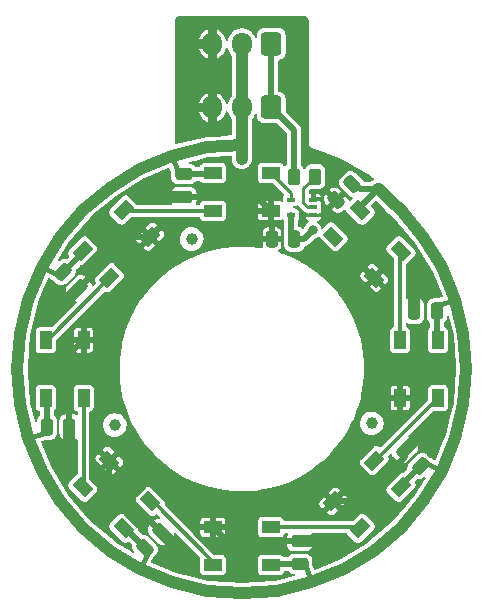
<source format=gtl>
G04 #@! TF.GenerationSoftware,KiCad,Pcbnew,6.0.0-d3dd2cf0fa~116~ubuntu21.10.1*
G04 #@! TF.CreationDate,2022-02-12T15:34:00+00:00*
G04 #@! TF.ProjectId,ringLight,72696e67-4c69-4676-9874-2e6b69636164,04*
G04 #@! TF.SameCoordinates,PX7bfa480PY7270e00*
G04 #@! TF.FileFunction,Copper,L1,Top*
G04 #@! TF.FilePolarity,Positive*
%FSLAX46Y46*%
G04 Gerber Fmt 4.6, Leading zero omitted, Abs format (unit mm)*
G04 Created by KiCad (PCBNEW 6.0.0-d3dd2cf0fa~116~ubuntu21.10.1) date 2022-02-12 15:34:00*
%MOMM*%
%LPD*%
G01*
G04 APERTURE LIST*
G04 Aperture macros list*
%AMRoundRect*
0 Rectangle with rounded corners*
0 $1 Rounding radius*
0 $2 $3 $4 $5 $6 $7 $8 $9 X,Y pos of 4 corners*
0 Add a 4 corners polygon primitive as box body*
4,1,4,$2,$3,$4,$5,$6,$7,$8,$9,$2,$3,0*
0 Add four circle primitives for the rounded corners*
1,1,$1+$1,$2,$3*
1,1,$1+$1,$4,$5*
1,1,$1+$1,$6,$7*
1,1,$1+$1,$8,$9*
0 Add four rect primitives between the rounded corners*
20,1,$1+$1,$2,$3,$4,$5,0*
20,1,$1+$1,$4,$5,$6,$7,0*
20,1,$1+$1,$6,$7,$8,$9,0*
20,1,$1+$1,$8,$9,$2,$3,0*%
%AMRotRect*
0 Rectangle, with rotation*
0 The origin of the aperture is its center*
0 $1 length*
0 $2 width*
0 $3 Rotation angle, in degrees counterclockwise*
0 Add horizontal line*
21,1,$1,$2,0,0,$3*%
G04 Aperture macros list end*
G04 #@! TA.AperFunction,SMDPad,CuDef*
%ADD10R,1.500000X1.000000*%
G04 #@! TD*
G04 #@! TA.AperFunction,SMDPad,CuDef*
%ADD11RotRect,1.500000X1.000000X45.000000*%
G04 #@! TD*
G04 #@! TA.AperFunction,SMDPad,CuDef*
%ADD12R,1.000000X1.500000*%
G04 #@! TD*
G04 #@! TA.AperFunction,SMDPad,CuDef*
%ADD13RotRect,1.500000X1.000000X135.000000*%
G04 #@! TD*
G04 #@! TA.AperFunction,SMDPad,CuDef*
%ADD14RotRect,1.500000X1.000000X225.000000*%
G04 #@! TD*
G04 #@! TA.AperFunction,SMDPad,CuDef*
%ADD15RotRect,1.500000X1.000000X315.000000*%
G04 #@! TD*
G04 #@! TA.AperFunction,SMDPad,CuDef*
%ADD16C,1.000000*%
G04 #@! TD*
G04 #@! TA.AperFunction,SMDPad,CuDef*
%ADD17RoundRect,0.250000X-0.475000X0.250000X-0.475000X-0.250000X0.475000X-0.250000X0.475000X0.250000X0*%
G04 #@! TD*
G04 #@! TA.AperFunction,SMDPad,CuDef*
%ADD18RoundRect,0.250000X-0.250000X-0.475000X0.250000X-0.475000X0.250000X0.475000X-0.250000X0.475000X0*%
G04 #@! TD*
G04 #@! TA.AperFunction,SMDPad,CuDef*
%ADD19RoundRect,0.250000X0.475000X-0.250000X0.475000X0.250000X-0.475000X0.250000X-0.475000X-0.250000X0*%
G04 #@! TD*
G04 #@! TA.AperFunction,SMDPad,CuDef*
%ADD20RoundRect,0.250000X0.250000X0.475000X-0.250000X0.475000X-0.250000X-0.475000X0.250000X-0.475000X0*%
G04 #@! TD*
G04 #@! TA.AperFunction,SMDPad,CuDef*
%ADD21RoundRect,0.250000X0.512652X0.159099X0.159099X0.512652X-0.512652X-0.159099X-0.159099X-0.512652X0*%
G04 #@! TD*
G04 #@! TA.AperFunction,SMDPad,CuDef*
%ADD22RoundRect,0.250000X-0.512652X-0.159099X-0.159099X-0.512652X0.512652X0.159099X0.159099X0.512652X0*%
G04 #@! TD*
G04 #@! TA.AperFunction,SMDPad,CuDef*
%ADD23RoundRect,0.250000X0.159099X-0.512652X0.512652X-0.159099X-0.159099X0.512652X-0.512652X0.159099X0*%
G04 #@! TD*
G04 #@! TA.AperFunction,ComponentPad*
%ADD24RoundRect,0.250000X0.600000X0.725000X-0.600000X0.725000X-0.600000X-0.725000X0.600000X-0.725000X0*%
G04 #@! TD*
G04 #@! TA.AperFunction,ComponentPad*
%ADD25O,1.700000X1.950000*%
G04 #@! TD*
G04 #@! TA.AperFunction,SMDPad,CuDef*
%ADD26RoundRect,0.249999X0.262501X0.450001X-0.262501X0.450001X-0.262501X-0.450001X0.262501X-0.450001X0*%
G04 #@! TD*
G04 #@! TA.AperFunction,SMDPad,CuDef*
%ADD27R,0.650000X0.400000*%
G04 #@! TD*
G04 #@! TA.AperFunction,SMDPad,CuDef*
%ADD28RoundRect,0.250000X-0.159099X0.512652X-0.512652X0.159099X0.159099X-0.512652X0.512652X-0.159099X0*%
G04 #@! TD*
G04 #@! TA.AperFunction,ViaPad*
%ADD29C,1.000000*%
G04 #@! TD*
G04 #@! TA.AperFunction,ViaPad*
%ADD30C,0.800000*%
G04 #@! TD*
G04 #@! TA.AperFunction,Conductor*
%ADD31C,0.300000*%
G04 #@! TD*
G04 #@! TA.AperFunction,Conductor*
%ADD32C,1.000000*%
G04 #@! TD*
G04 #@! TA.AperFunction,Conductor*
%ADD33C,0.500000*%
G04 #@! TD*
G04 #@! TA.AperFunction,Conductor*
%ADD34C,0.250000*%
G04 #@! TD*
G04 #@! TA.AperFunction,Conductor*
%ADD35C,0.400000*%
G04 #@! TD*
G04 APERTURE END LIST*
D10*
X147550000Y-83400000D03*
X147550000Y-86600000D03*
X152450000Y-86600000D03*
X152450000Y-83400000D03*
D11*
X136529617Y-89994440D03*
X138792358Y-92257181D03*
X142257181Y-88792358D03*
X139994440Y-86529617D03*
D12*
X133400000Y-102450000D03*
X136600000Y-102450000D03*
X136600000Y-97550000D03*
X133400000Y-97550000D03*
D13*
X139994440Y-113470383D03*
X142257181Y-111207642D03*
X138792358Y-107742819D03*
X136529617Y-110005560D03*
D10*
X152450000Y-116600000D03*
X152450000Y-113400000D03*
X147550000Y-113400000D03*
X147550000Y-116600000D03*
D14*
X163470383Y-110005560D03*
X161207642Y-107742819D03*
X157742819Y-111207642D03*
X160005560Y-113470383D03*
D12*
X166600000Y-97550000D03*
X163400000Y-97550000D03*
X163400000Y-102450000D03*
X166600000Y-102450000D03*
D15*
X160005560Y-86529617D03*
X157742819Y-88792358D03*
X161207642Y-92257181D03*
X163470383Y-89994440D03*
D16*
X145750000Y-89000000D03*
X139250000Y-104750000D03*
X161000000Y-104600000D03*
D17*
X145098496Y-83504414D03*
X145098496Y-85404414D03*
D18*
X133504414Y-104901504D03*
X135404414Y-104901504D03*
D19*
X154901504Y-116495586D03*
X154901504Y-114595586D03*
D20*
X166495586Y-95098496D03*
X164595586Y-95098496D03*
D21*
X165130027Y-108198253D03*
X163786525Y-106854751D03*
D22*
X134869973Y-91801747D03*
X136213475Y-93145249D03*
D23*
X141801747Y-115130027D03*
X143145249Y-113786525D03*
D24*
X152500000Y-77850000D03*
D25*
X150000000Y-77850000D03*
X147500000Y-77850000D03*
D26*
X156212500Y-83700000D03*
X154387500Y-83700000D03*
D27*
X156050000Y-86950000D03*
X156050000Y-86300000D03*
X156050000Y-85650000D03*
X154150000Y-85650000D03*
X154150000Y-86950000D03*
D28*
X159343502Y-84356498D03*
X158000000Y-85700000D03*
D20*
X154450000Y-89000000D03*
X152550000Y-89000000D03*
D24*
X152500000Y-72475000D03*
D25*
X150000000Y-72475000D03*
X147500000Y-72475000D03*
D29*
X164500000Y-93500000D03*
X156500000Y-114500000D03*
X135400000Y-106300000D03*
X164750000Y-105750000D03*
X144205909Y-114750000D03*
X159700000Y-93800000D03*
X158900000Y-87700000D03*
X143600000Y-85400000D03*
X135200000Y-94200000D03*
D30*
X151750000Y-80750000D03*
X154500000Y-74500000D03*
D29*
X150100000Y-86900000D03*
D30*
X153000000Y-80750000D03*
X154500000Y-76250000D03*
D29*
X150000000Y-82200000D03*
X161500000Y-84750000D03*
D30*
X156000000Y-88250000D03*
D31*
X140064823Y-86600000D02*
X139994440Y-86529617D01*
X147550000Y-86600000D02*
X140064823Y-86600000D01*
X138792358Y-92257181D02*
X138792358Y-92307642D01*
X138792358Y-92307642D02*
X133550000Y-97550000D01*
X133550000Y-97550000D02*
X133400000Y-97550000D01*
X136600000Y-109935177D02*
X136529617Y-110005560D01*
X136600000Y-102450000D02*
X136600000Y-109935177D01*
X142257181Y-111207642D02*
X142457642Y-111207642D01*
X142457642Y-111207642D02*
X147550000Y-116300000D01*
X147550000Y-116300000D02*
X147550000Y-116600000D01*
X152450000Y-113400000D02*
X159935177Y-113400000D01*
X159935177Y-113400000D02*
X160005560Y-113470383D01*
X161307181Y-107742819D02*
X166600000Y-102450000D01*
X161207642Y-107742819D02*
X161307181Y-107742819D01*
X163400000Y-90064823D02*
X163470383Y-89994440D01*
X163400000Y-97550000D02*
X163400000Y-90064823D01*
D32*
X154901504Y-114595586D02*
X156404414Y-114595586D01*
D33*
X157742819Y-111207642D02*
X160042358Y-111207642D01*
X151254414Y-85404414D02*
X145098496Y-85404414D01*
D32*
X135200000Y-94158724D02*
X135200000Y-94200000D01*
D33*
X136600000Y-97550000D02*
X135404414Y-98745586D01*
X160042358Y-111207642D02*
X163786525Y-107463475D01*
X152450000Y-86600000D02*
X151254414Y-85404414D01*
D32*
X145098496Y-85404414D02*
X143604414Y-85404414D01*
D34*
X161207642Y-92257181D02*
X159700000Y-93800000D01*
D32*
X135404414Y-106295586D02*
X135400000Y-106300000D01*
D33*
X148745586Y-114595586D02*
X154901504Y-114595586D01*
D32*
X135404414Y-104901504D02*
X135404414Y-106295586D01*
X164595586Y-95098496D02*
X164595586Y-93595586D01*
X143604414Y-85404414D02*
X143600000Y-85400000D01*
D33*
X140566366Y-88792358D02*
X136213475Y-93145249D01*
D32*
X144205909Y-114750000D02*
X144108724Y-114750000D01*
X164595586Y-93595586D02*
X164500000Y-93500000D01*
D33*
X163786525Y-107463475D02*
X163786525Y-106854751D01*
D32*
X144108724Y-114750000D02*
X143145249Y-113786525D01*
D33*
X142257181Y-88792358D02*
X140566366Y-88792358D01*
D32*
X136213475Y-93145249D02*
X135200000Y-94158724D01*
D33*
X135404414Y-98745586D02*
X135404414Y-104901504D01*
D32*
X163786525Y-106854751D02*
X164750000Y-105891276D01*
D33*
X138792358Y-107742819D02*
X138792358Y-109433634D01*
D32*
X156404414Y-114595586D02*
X156500000Y-114500000D01*
D33*
X138792358Y-109433634D02*
X143145249Y-113786525D01*
D32*
X164750000Y-105891276D02*
X164750000Y-105750000D01*
D33*
X147550000Y-113400000D02*
X148745586Y-114595586D01*
D32*
X168070074Y-105871323D02*
X168766078Y-102972255D01*
X168766078Y-102972255D02*
X169000000Y-100000000D01*
X169000000Y-100000000D02*
X168766078Y-97027745D01*
X166929124Y-108625819D02*
X168070074Y-105871323D01*
X152972255Y-118766078D02*
X155871323Y-118070074D01*
X155871323Y-118070074D02*
X158625819Y-116929124D01*
X158625819Y-116929124D02*
X161167920Y-115371323D01*
X161167920Y-115371323D02*
X163435029Y-113435029D01*
X163435029Y-113435029D02*
X165371323Y-111167920D01*
X150000000Y-119000000D02*
X152972255Y-118766078D01*
X168766078Y-97027745D02*
X168070074Y-94128677D01*
X138832080Y-115371323D02*
X141374181Y-116929124D01*
X134628677Y-111167920D02*
X136564971Y-113435029D01*
X131233922Y-102972255D02*
X131929926Y-105871323D01*
X147027745Y-118766078D02*
X150000000Y-119000000D01*
X133070876Y-108625819D02*
X134628677Y-111167920D01*
X136564971Y-113435029D02*
X138832080Y-115371323D01*
X141374181Y-116929124D02*
X144128677Y-118070074D01*
X131000000Y-100000000D02*
X131233922Y-102972255D01*
X131929926Y-105871323D02*
X133070876Y-108625819D01*
X144128677Y-118070074D02*
X147027745Y-118766078D01*
X134628677Y-88832080D02*
X133070876Y-91374181D01*
X144128677Y-81929926D02*
X141374181Y-83070876D01*
X138832080Y-84628677D02*
X136564971Y-86564971D01*
X136564971Y-86564971D02*
X134628677Y-88832080D01*
X131929926Y-94128677D02*
X131233922Y-97027745D01*
X141374181Y-83070876D02*
X138832080Y-84628677D01*
X133070876Y-91374181D02*
X131929926Y-94128677D01*
X131233922Y-97027745D02*
X131000000Y-100000000D01*
X150000000Y-81000000D02*
X147027745Y-81233922D01*
X147027745Y-81233922D02*
X144128677Y-81929926D01*
X150000000Y-81000000D02*
X150000000Y-82200000D01*
D33*
X154901504Y-116495586D02*
X152554414Y-116495586D01*
D35*
X166929124Y-108625819D02*
X165592614Y-107944834D01*
D32*
X163435029Y-86564971D02*
X165371323Y-88832080D01*
D35*
X166495586Y-95098496D02*
X166495586Y-94740106D01*
X141374181Y-116929124D02*
X142055166Y-115592614D01*
X155259894Y-116495586D02*
X155407797Y-116643489D01*
D33*
X156000000Y-88250000D02*
X155250000Y-89000000D01*
X145098496Y-83504414D02*
X147445586Y-83504414D01*
X160037004Y-84750000D02*
X159443502Y-84156498D01*
X166600000Y-97550000D02*
X166495586Y-97445586D01*
D35*
X144740106Y-83504414D02*
X144592203Y-83356511D01*
X165383446Y-107944834D02*
X165592614Y-107944834D01*
D33*
X147445586Y-83504414D02*
X147550000Y-83400000D01*
X133504414Y-102554414D02*
X133400000Y-102450000D01*
X133504414Y-104901504D02*
X133504414Y-102554414D01*
D32*
X161583234Y-84750000D02*
X162713482Y-85880248D01*
D33*
X160005560Y-86529617D02*
X160005560Y-86244440D01*
D35*
X133070876Y-91374181D02*
X134407386Y-92055166D01*
X133504414Y-104901504D02*
X133504414Y-105259894D01*
D33*
X152554414Y-116495586D02*
X152450000Y-116600000D01*
D32*
X166929124Y-91374181D02*
X168070074Y-94128677D01*
D33*
X160005560Y-86244440D02*
X161500000Y-84750000D01*
X140142103Y-113470383D02*
X139994440Y-113470383D01*
D35*
X131929926Y-105871323D02*
X133356511Y-105407797D01*
D33*
X163470383Y-109857897D02*
X163470383Y-110005560D01*
D35*
X166643489Y-94592203D02*
X168070074Y-94128677D01*
D33*
X154150000Y-88700000D02*
X154450000Y-89000000D01*
D32*
X161500000Y-84750000D02*
X161583234Y-84750000D01*
D33*
X134869973Y-91801747D02*
X136529617Y-90142103D01*
D32*
X150000000Y-81000000D02*
X150000000Y-78600000D01*
X150000000Y-72500000D02*
X150000000Y-78600000D01*
X165371323Y-88832080D02*
X166929124Y-91374181D01*
D33*
X161500000Y-84750000D02*
X160037004Y-84750000D01*
D32*
X162713482Y-85880248D02*
X163435029Y-86564971D01*
D35*
X134869973Y-91801747D02*
X134616554Y-92055166D01*
X166495586Y-94740106D02*
X166643489Y-94592203D01*
X141801747Y-115130027D02*
X142055166Y-115383446D01*
X142055166Y-115383446D02*
X142055166Y-115592614D01*
X165130027Y-108198253D02*
X165383446Y-107944834D01*
D33*
X136529617Y-90142103D02*
X136529617Y-89994440D01*
D35*
X144128677Y-81929926D02*
X144592203Y-83356511D01*
X133504414Y-105259894D02*
X133356511Y-105407797D01*
D33*
X155250000Y-89000000D02*
X154450000Y-89000000D01*
D32*
X165371323Y-111167920D02*
X166929124Y-108625819D01*
D35*
X134616554Y-92055166D02*
X134407386Y-92055166D01*
D33*
X154150000Y-86950000D02*
X154150000Y-88700000D01*
X141801747Y-115130027D02*
X140142103Y-113470383D01*
D35*
X155407797Y-116643489D02*
X155871323Y-118070074D01*
X145098496Y-83504414D02*
X144740106Y-83504414D01*
D33*
X165130027Y-108198253D02*
X163470383Y-109857897D01*
D35*
X154901504Y-116495586D02*
X155259894Y-116495586D01*
D33*
X166495586Y-97445586D02*
X166495586Y-95098496D01*
D34*
X154150000Y-85100000D02*
X154150000Y-85650000D01*
X152450000Y-83400000D02*
X154150000Y-85100000D01*
D33*
X152500000Y-72475000D02*
X152500000Y-78600000D01*
X154387500Y-83700000D02*
X154387500Y-79737500D01*
X154387500Y-79737500D02*
X152500000Y-77850000D01*
D34*
X155600000Y-86300000D02*
X155200000Y-85900000D01*
X155200000Y-85900000D02*
X155200000Y-84712500D01*
X156050000Y-86300000D02*
X155600000Y-86300000D01*
X155200000Y-84712500D02*
X156212500Y-83700000D01*
G04 #@! TA.AperFunction,Conductor*
G36*
X155230149Y-70101219D02*
G01*
X155242303Y-70103144D01*
X155242304Y-70103144D01*
X155250000Y-70104363D01*
X155257695Y-70103144D01*
X155265490Y-70103144D01*
X155265490Y-70104036D01*
X155279277Y-70103854D01*
X155340606Y-70111929D01*
X155365568Y-70118618D01*
X155437959Y-70148603D01*
X155460339Y-70161523D01*
X155515519Y-70203864D01*
X155522503Y-70209223D01*
X155540777Y-70227497D01*
X155588477Y-70289661D01*
X155601397Y-70312041D01*
X155631382Y-70384432D01*
X155638071Y-70409394D01*
X155646146Y-70470723D01*
X155645964Y-70484510D01*
X155646856Y-70484510D01*
X155646856Y-70492305D01*
X155645637Y-70500000D01*
X155646856Y-70507694D01*
X155646856Y-70507699D01*
X155648829Y-70520156D01*
X155650048Y-70535509D01*
X155662097Y-79434860D01*
X155663108Y-80180852D01*
X155664071Y-80892461D01*
X155662984Y-80907225D01*
X155659767Y-80928753D01*
X155663428Y-80950628D01*
X155664124Y-80954788D01*
X155664156Y-80955043D01*
X155664156Y-80955214D01*
X155664240Y-80955716D01*
X155664244Y-80955746D01*
X155677205Y-81032972D01*
X155677207Y-81032977D01*
X155677262Y-81033306D01*
X155678065Y-81038102D01*
X155678069Y-81038109D01*
X155678563Y-81041055D01*
X155682458Y-81048250D01*
X155682458Y-81048251D01*
X155705280Y-81090411D01*
X155706021Y-81091806D01*
X155729259Y-81136445D01*
X155731268Y-81138419D01*
X155734032Y-81143525D01*
X155740047Y-81149070D01*
X155772179Y-81178693D01*
X155774463Y-81180867D01*
X155802785Y-81208698D01*
X155802788Y-81208700D01*
X155808337Y-81214153D01*
X155812808Y-81216383D01*
X155813689Y-81216960D01*
X155819703Y-81222503D01*
X155863710Y-81241887D01*
X155867976Y-81243888D01*
X155907557Y-81263623D01*
X155914255Y-81264624D01*
X155917369Y-81265797D01*
X155918845Y-81266174D01*
X155926336Y-81269473D01*
X155934491Y-81270168D01*
X155942414Y-81272191D01*
X155942376Y-81272341D01*
X155953741Y-81274721D01*
X156737642Y-81541270D01*
X156741793Y-81542786D01*
X157555082Y-81860506D01*
X157559142Y-81862197D01*
X158040637Y-82075542D01*
X158357449Y-82215918D01*
X158361451Y-82217799D01*
X158591206Y-82332134D01*
X159101161Y-82585907D01*
X159143171Y-82606813D01*
X159147078Y-82608868D01*
X159906848Y-83030288D01*
X159910634Y-83032388D01*
X159914422Y-83034601D01*
X160499183Y-83393993D01*
X160658337Y-83491809D01*
X160662051Y-83494208D01*
X161045975Y-83754474D01*
X161118231Y-83803457D01*
X161133951Y-83814114D01*
X161171507Y-83862416D01*
X161173500Y-83923569D01*
X161139167Y-83974214D01*
X161129392Y-83980916D01*
X161111837Y-83991464D01*
X161101120Y-83997042D01*
X161077352Y-84007624D01*
X161077350Y-84007625D01*
X161072609Y-84009736D01*
X161033935Y-84037834D01*
X161026768Y-84042578D01*
X160982999Y-84068877D01*
X160979101Y-84072563D01*
X160979100Y-84072564D01*
X160960433Y-84090217D01*
X160950601Y-84098380D01*
X160928039Y-84114772D01*
X160924567Y-84118628D01*
X160920711Y-84122100D01*
X160919551Y-84120812D01*
X160872912Y-84147737D01*
X160852332Y-84149900D01*
X160379910Y-84149900D01*
X160321719Y-84130993D01*
X160308468Y-84118905D01*
X160308300Y-84119073D01*
X159583217Y-83393991D01*
X159580927Y-83391701D01*
X159487043Y-83319660D01*
X159341060Y-83259192D01*
X159184403Y-83238568D01*
X159027746Y-83259192D01*
X158881763Y-83319660D01*
X158876621Y-83323606D01*
X158876617Y-83323608D01*
X158790448Y-83389728D01*
X158790441Y-83389734D01*
X158787879Y-83391700D01*
X158378705Y-83800875D01*
X158306664Y-83894759D01*
X158246196Y-84040742D01*
X158225572Y-84197399D01*
X158246196Y-84354056D01*
X158306664Y-84500039D01*
X158310610Y-84505181D01*
X158310612Y-84505185D01*
X158348311Y-84554314D01*
X158378704Y-84593923D01*
X159106077Y-85321295D01*
X159108651Y-85323270D01*
X159108652Y-85323271D01*
X159189632Y-85385410D01*
X159199961Y-85393336D01*
X159205955Y-85395819D01*
X159205957Y-85395820D01*
X159336091Y-85449723D01*
X159382617Y-85489459D01*
X159396901Y-85548954D01*
X159373486Y-85605482D01*
X159368210Y-85611191D01*
X159214930Y-85764471D01*
X159160413Y-85792248D01*
X159099981Y-85782677D01*
X159056716Y-85739412D01*
X159049572Y-85721087D01*
X159044693Y-85703610D01*
X158990050Y-85577339D01*
X158983602Y-85566501D01*
X158933617Y-85502752D01*
X158929673Y-85498302D01*
X158753548Y-85322177D01*
X158741665Y-85316123D01*
X158736634Y-85316919D01*
X157622177Y-86431376D01*
X157616123Y-86443259D01*
X157616919Y-86448290D01*
X157798302Y-86629673D01*
X157802752Y-86633617D01*
X157866501Y-86683602D01*
X157877339Y-86690050D01*
X158003608Y-86744692D01*
X158016492Y-86748289D01*
X158152412Y-86766907D01*
X158165786Y-86766907D01*
X158301706Y-86748289D01*
X158314590Y-86744692D01*
X158440859Y-86690050D01*
X158451697Y-86683602D01*
X158515446Y-86633617D01*
X158519896Y-86629673D01*
X158652706Y-86496863D01*
X158707223Y-86469086D01*
X158767655Y-86478657D01*
X158808518Y-86518935D01*
X158809453Y-86521659D01*
X158814041Y-86527815D01*
X158814042Y-86527816D01*
X158821335Y-86537600D01*
X158850654Y-86576934D01*
X159958243Y-87684523D01*
X159961145Y-87686680D01*
X159961147Y-87686682D01*
X160007889Y-87721428D01*
X160014064Y-87726018D01*
X160021347Y-87728504D01*
X160021348Y-87728505D01*
X160116622Y-87761032D01*
X160116625Y-87761032D01*
X160124365Y-87763675D01*
X160132544Y-87763668D01*
X160132545Y-87763668D01*
X160182781Y-87763624D01*
X160240919Y-87763573D01*
X160351155Y-87725724D01*
X160406430Y-87684523D01*
X161160466Y-86930487D01*
X161162627Y-86927580D01*
X161197369Y-86880845D01*
X161197370Y-86880842D01*
X161201961Y-86874667D01*
X161214964Y-86836579D01*
X161236975Y-86772108D01*
X161236975Y-86772105D01*
X161239618Y-86764365D01*
X161239610Y-86754510D01*
X161239529Y-86662959D01*
X161239516Y-86647811D01*
X161201667Y-86537575D01*
X161160466Y-86482300D01*
X160958422Y-86280256D01*
X160930645Y-86225739D01*
X160940216Y-86165307D01*
X160958422Y-86140249D01*
X161126629Y-85972041D01*
X161294838Y-85803833D01*
X161349353Y-85776056D01*
X161409785Y-85785627D01*
X161434844Y-85803833D01*
X162047117Y-86416106D01*
X162054243Y-86424772D01*
X162054586Y-86424499D01*
X162057125Y-86427680D01*
X162059387Y-86431046D01*
X162062168Y-86433998D01*
X162062170Y-86434000D01*
X162062314Y-86434153D01*
X162062323Y-86434162D01*
X162063269Y-86435166D01*
X162090911Y-86461397D01*
X162119289Y-86488327D01*
X162121146Y-86490135D01*
X162145000Y-86513989D01*
X162147073Y-86515656D01*
X162147080Y-86515662D01*
X162150552Y-86518453D01*
X162156664Y-86523795D01*
X162486270Y-86836579D01*
X162813784Y-87147378D01*
X162820917Y-87154895D01*
X164676392Y-89327379D01*
X164685523Y-89339947D01*
X166165264Y-91754666D01*
X166172317Y-91768507D01*
X167006931Y-93783441D01*
X167011732Y-93844438D01*
X166979762Y-93896607D01*
X166946060Y-93915482D01*
X166628846Y-94018551D01*
X166598253Y-94023396D01*
X166276098Y-94023397D01*
X166206256Y-94023397D01*
X166203045Y-94023820D01*
X166203040Y-94023820D01*
X166120313Y-94034711D01*
X166088929Y-94038842D01*
X166082937Y-94041324D01*
X166082933Y-94041325D01*
X165983574Y-94082482D01*
X165942947Y-94099310D01*
X165817590Y-94195500D01*
X165721400Y-94320857D01*
X165660932Y-94466839D01*
X165645486Y-94584165D01*
X165645487Y-95612826D01*
X165660932Y-95730153D01*
X165663414Y-95736145D01*
X165663415Y-95736149D01*
X165671578Y-95755855D01*
X165721400Y-95876135D01*
X165817590Y-96001492D01*
X165822735Y-96005440D01*
X165822736Y-96005441D01*
X165856754Y-96031544D01*
X165891409Y-96081969D01*
X165895486Y-96110086D01*
X165895486Y-96468332D01*
X165876579Y-96526523D01*
X165866551Y-96538273D01*
X165811037Y-96593885D01*
X165759852Y-96698597D01*
X165758743Y-96706200D01*
X165751144Y-96758292D01*
X165749900Y-96766816D01*
X165749900Y-98333184D01*
X165750428Y-98336767D01*
X165750428Y-98336774D01*
X165758823Y-98393800D01*
X165760030Y-98401996D01*
X165811397Y-98506619D01*
X165893885Y-98588963D01*
X165915785Y-98599668D01*
X165991696Y-98636775D01*
X165991698Y-98636776D01*
X165998597Y-98640148D01*
X166034143Y-98645334D01*
X166063271Y-98649583D01*
X166063273Y-98649583D01*
X166066816Y-98650100D01*
X167133184Y-98650100D01*
X167136767Y-98649572D01*
X167136774Y-98649572D01*
X167194383Y-98641091D01*
X167194385Y-98641090D01*
X167201996Y-98639970D01*
X167306619Y-98588603D01*
X167388963Y-98506115D01*
X167440148Y-98401403D01*
X167448023Y-98347420D01*
X167449583Y-98336729D01*
X167449583Y-98336727D01*
X167450100Y-98333184D01*
X167450100Y-96766816D01*
X167448856Y-96758361D01*
X167441091Y-96705617D01*
X167441090Y-96705615D01*
X167439970Y-96698004D01*
X167388603Y-96593381D01*
X167306115Y-96511037D01*
X167252694Y-96484924D01*
X167208304Y-96463225D01*
X167208302Y-96463224D01*
X167201403Y-96459852D01*
X167186922Y-96457739D01*
X167180394Y-96456787D01*
X167125542Y-96429677D01*
X167097101Y-96375503D01*
X167095686Y-96358824D01*
X167095686Y-96110086D01*
X167114593Y-96051895D01*
X167134418Y-96031544D01*
X167168436Y-96005441D01*
X167168437Y-96005440D01*
X167173582Y-96001492D01*
X167269772Y-95876135D01*
X167330240Y-95730153D01*
X167345686Y-95612827D01*
X167345686Y-95589370D01*
X167364593Y-95531179D01*
X167414093Y-95495215D01*
X167475279Y-95495215D01*
X167524779Y-95531179D01*
X167540951Y-95566259D01*
X167922028Y-97153560D01*
X167924458Y-97168904D01*
X168022049Y-98408903D01*
X168125821Y-99727442D01*
X168146660Y-99992231D01*
X168146660Y-100007765D01*
X167924459Y-102831093D01*
X167922029Y-102846437D01*
X167634043Y-104045986D01*
X167262034Y-105595516D01*
X167260900Y-105600239D01*
X167256100Y-105615010D01*
X167047915Y-106117613D01*
X166421486Y-107629946D01*
X166381749Y-107676471D01*
X166322255Y-107690755D01*
X166285079Y-107680271D01*
X165987894Y-107528847D01*
X165962836Y-107510641D01*
X165687949Y-107235755D01*
X165685650Y-107233456D01*
X165591766Y-107161415D01*
X165445783Y-107100947D01*
X165289126Y-107080323D01*
X165132469Y-107100947D01*
X164986486Y-107161415D01*
X164981344Y-107165361D01*
X164981340Y-107165363D01*
X164943781Y-107194184D01*
X164892602Y-107233455D01*
X164165230Y-107960828D01*
X164093189Y-108054712D01*
X164032721Y-108200695D01*
X164012097Y-108357352D01*
X164012944Y-108363785D01*
X164012944Y-108363786D01*
X164018540Y-108406293D01*
X164007390Y-108466454D01*
X163990391Y-108489219D01*
X163737071Y-108742539D01*
X163682554Y-108770316D01*
X163667154Y-108771535D01*
X163625037Y-108771572D01*
X163588577Y-108771604D01*
X163478341Y-108809453D01*
X163423066Y-108850654D01*
X162315477Y-109958243D01*
X162313320Y-109961145D01*
X162313318Y-109961147D01*
X162278965Y-110007360D01*
X162273982Y-110014064D01*
X162271496Y-110021347D01*
X162271495Y-110021348D01*
X162252054Y-110078294D01*
X162236325Y-110124365D01*
X162236427Y-110240919D01*
X162274276Y-110351155D01*
X162315477Y-110406430D01*
X163069513Y-111160466D01*
X163072420Y-111162627D01*
X163119155Y-111197369D01*
X163119158Y-111197370D01*
X163125333Y-111201961D01*
X163132619Y-111204448D01*
X163132618Y-111204448D01*
X163227892Y-111236975D01*
X163227895Y-111236975D01*
X163235635Y-111239618D01*
X163243814Y-111239611D01*
X163243815Y-111239611D01*
X163294051Y-111239567D01*
X163352189Y-111239516D01*
X163462425Y-111201667D01*
X163517700Y-111160466D01*
X164625289Y-110052877D01*
X164645706Y-110025412D01*
X164662194Y-110003231D01*
X164662195Y-110003230D01*
X164666784Y-109997056D01*
X164674795Y-109973591D01*
X164701798Y-109894498D01*
X164701798Y-109894495D01*
X164704441Y-109886755D01*
X164704339Y-109770201D01*
X164666490Y-109659965D01*
X164653803Y-109642944D01*
X164634186Y-109584988D01*
X164652382Y-109526571D01*
X164663171Y-109513780D01*
X164839061Y-109337889D01*
X164893578Y-109310112D01*
X164921987Y-109309740D01*
X164964494Y-109315336D01*
X164964495Y-109315336D01*
X164970928Y-109316183D01*
X165127585Y-109295559D01*
X165273568Y-109235091D01*
X165278710Y-109231145D01*
X165278714Y-109231143D01*
X165364883Y-109165023D01*
X165364890Y-109165017D01*
X165367452Y-109163051D01*
X165384046Y-109146457D01*
X165438561Y-109118681D01*
X165498993Y-109128252D01*
X165542258Y-109171517D01*
X165551829Y-109231949D01*
X165538459Y-109268189D01*
X164685519Y-110660060D01*
X164676395Y-110672618D01*
X163891580Y-111591519D01*
X162837116Y-112826136D01*
X162826131Y-112837121D01*
X160672621Y-114676392D01*
X160660053Y-114685523D01*
X158245334Y-116165264D01*
X158231493Y-116172317D01*
X156216559Y-117006931D01*
X156155562Y-117011732D01*
X156103393Y-116979762D01*
X156084518Y-116946060D01*
X155981449Y-116628846D01*
X155976604Y-116598253D01*
X155976603Y-116209498D01*
X155976603Y-116206256D01*
X155961158Y-116088929D01*
X155958676Y-116082937D01*
X155958675Y-116082933D01*
X155903173Y-115948942D01*
X155900690Y-115942947D01*
X155804500Y-115817590D01*
X155679143Y-115721400D01*
X155533161Y-115660932D01*
X155415835Y-115645486D01*
X154901584Y-115645486D01*
X154387174Y-115645487D01*
X154383963Y-115645910D01*
X154383958Y-115645910D01*
X154301231Y-115656801D01*
X154269847Y-115660932D01*
X154263855Y-115663414D01*
X154263851Y-115663415D01*
X154204622Y-115687949D01*
X154123865Y-115721400D01*
X153998508Y-115817590D01*
X153994560Y-115822735D01*
X153994559Y-115822736D01*
X153968456Y-115856754D01*
X153918031Y-115891409D01*
X153889914Y-115895486D01*
X153531668Y-115895486D01*
X153473477Y-115876579D01*
X153461726Y-115866551D01*
X153411904Y-115816816D01*
X153406115Y-115811037D01*
X153352694Y-115784924D01*
X153308304Y-115763225D01*
X153308302Y-115763224D01*
X153301403Y-115759852D01*
X153265857Y-115754666D01*
X153236729Y-115750417D01*
X153236727Y-115750417D01*
X153233184Y-115749900D01*
X151666816Y-115749900D01*
X151663233Y-115750428D01*
X151663226Y-115750428D01*
X151605617Y-115758909D01*
X151605615Y-115758910D01*
X151598004Y-115760030D01*
X151493381Y-115811397D01*
X151487600Y-115817188D01*
X151451634Y-115853217D01*
X151411037Y-115893885D01*
X151407446Y-115901232D01*
X151371913Y-115973924D01*
X151359852Y-115998597D01*
X151349900Y-116066816D01*
X151349900Y-117133184D01*
X151350428Y-117136767D01*
X151350428Y-117136774D01*
X151356850Y-117180394D01*
X151360030Y-117201996D01*
X151411397Y-117306619D01*
X151493885Y-117388963D01*
X151545295Y-117414093D01*
X151591696Y-117436775D01*
X151591698Y-117436776D01*
X151598597Y-117440148D01*
X151634143Y-117445334D01*
X151663271Y-117449583D01*
X151663273Y-117449583D01*
X151666816Y-117450100D01*
X153233184Y-117450100D01*
X153236767Y-117449572D01*
X153236774Y-117449572D01*
X153294383Y-117441091D01*
X153294385Y-117441090D01*
X153301996Y-117439970D01*
X153406619Y-117388603D01*
X153488963Y-117306115D01*
X153540148Y-117201403D01*
X153543213Y-117180394D01*
X153570323Y-117125542D01*
X153624497Y-117097101D01*
X153641176Y-117095686D01*
X153889914Y-117095686D01*
X153948105Y-117114593D01*
X153968456Y-117134418D01*
X153970230Y-117136729D01*
X153998508Y-117173582D01*
X154123865Y-117269772D01*
X154269847Y-117330240D01*
X154387173Y-117345686D01*
X154410630Y-117345686D01*
X154468821Y-117364593D01*
X154504785Y-117414093D01*
X154504785Y-117475279D01*
X154468821Y-117524779D01*
X154433741Y-117540951D01*
X152846438Y-117922028D01*
X152831094Y-117924458D01*
X151107498Y-118060109D01*
X150007761Y-118146660D01*
X149992235Y-118146660D01*
X148893960Y-118060224D01*
X147168907Y-117924459D01*
X147153563Y-117922029D01*
X145498897Y-117524779D01*
X144399756Y-117260898D01*
X144384990Y-117256100D01*
X143419393Y-116856137D01*
X142370054Y-116421486D01*
X142323529Y-116381749D01*
X142309245Y-116322255D01*
X142319729Y-116285079D01*
X142462123Y-116005617D01*
X142471153Y-115987894D01*
X142489359Y-115962836D01*
X142764245Y-115687949D01*
X142766544Y-115685650D01*
X142838585Y-115591766D01*
X142899053Y-115445783D01*
X142919677Y-115289126D01*
X142899053Y-115132469D01*
X142838585Y-114986486D01*
X142834639Y-114981344D01*
X142834637Y-114981340D01*
X142768512Y-114895166D01*
X142766545Y-114892602D01*
X142039172Y-114165230D01*
X142026140Y-114155230D01*
X141950436Y-114097139D01*
X141950435Y-114097138D01*
X141945288Y-114093189D01*
X141799305Y-114032721D01*
X141642648Y-114012097D01*
X141636215Y-114012944D01*
X141636214Y-114012944D01*
X141593707Y-114018540D01*
X141533546Y-114007390D01*
X141510781Y-113990391D01*
X141257461Y-113737071D01*
X141229684Y-113682554D01*
X141228465Y-113667154D01*
X141228403Y-113596756D01*
X141228396Y-113588577D01*
X141190547Y-113478341D01*
X141149346Y-113423066D01*
X140041757Y-112315477D01*
X139992507Y-112278866D01*
X139992111Y-112278572D01*
X139992110Y-112278571D01*
X139985936Y-112273982D01*
X139978653Y-112271496D01*
X139978652Y-112271495D01*
X139883378Y-112238968D01*
X139883375Y-112238968D01*
X139875635Y-112236325D01*
X139867456Y-112236332D01*
X139867455Y-112236332D01*
X139817219Y-112236376D01*
X139759081Y-112236427D01*
X139648845Y-112274276D01*
X139593570Y-112315477D01*
X138839534Y-113069513D01*
X138837373Y-113072420D01*
X138802631Y-113119155D01*
X138802630Y-113119158D01*
X138798039Y-113125333D01*
X138760382Y-113235635D01*
X138760484Y-113352189D01*
X138798333Y-113462425D01*
X138839534Y-113517700D01*
X139947123Y-114625289D01*
X139950025Y-114627446D01*
X139950027Y-114627448D01*
X139996769Y-114662194D01*
X140002944Y-114666784D01*
X140010227Y-114669270D01*
X140010228Y-114669271D01*
X140105502Y-114701798D01*
X140105505Y-114701798D01*
X140113245Y-114704441D01*
X140121424Y-114704434D01*
X140121425Y-114704434D01*
X140171661Y-114704390D01*
X140229799Y-114704339D01*
X140340035Y-114666490D01*
X140357056Y-114653803D01*
X140415012Y-114634186D01*
X140473429Y-114652382D01*
X140486225Y-114663175D01*
X140662111Y-114839061D01*
X140689888Y-114893578D01*
X140690260Y-114921987D01*
X140683817Y-114970928D01*
X140704441Y-115127585D01*
X140764909Y-115273568D01*
X140768855Y-115278710D01*
X140768857Y-115278714D01*
X140834977Y-115364883D01*
X140834983Y-115364890D01*
X140836949Y-115367452D01*
X140853543Y-115384046D01*
X140881319Y-115438561D01*
X140871748Y-115498993D01*
X140828483Y-115542258D01*
X140768051Y-115551829D01*
X140731811Y-115538459D01*
X140580419Y-115445686D01*
X139339940Y-114685519D01*
X139327382Y-114676395D01*
X137973690Y-113520233D01*
X137173864Y-112837116D01*
X137162879Y-112826131D01*
X135323608Y-110672621D01*
X135314477Y-110660053D01*
X133834736Y-108245334D01*
X133827683Y-108231493D01*
X132993069Y-106216559D01*
X132988268Y-106155562D01*
X133020238Y-106103393D01*
X133053940Y-106084518D01*
X133371154Y-105981449D01*
X133401747Y-105976604D01*
X133723902Y-105976603D01*
X133793744Y-105976603D01*
X133796955Y-105976180D01*
X133796960Y-105976180D01*
X133879687Y-105965289D01*
X133911071Y-105961158D01*
X133917063Y-105958676D01*
X133917067Y-105958675D01*
X134022175Y-105915137D01*
X134057053Y-105900690D01*
X134182410Y-105804500D01*
X134278600Y-105679143D01*
X134339068Y-105533161D01*
X134354514Y-105415835D01*
X134354513Y-104387174D01*
X134354513Y-104387173D01*
X134554314Y-104387173D01*
X134554315Y-105415834D01*
X134554738Y-105419045D01*
X134554738Y-105419050D01*
X134562858Y-105480731D01*
X134569760Y-105533161D01*
X134572242Y-105539153D01*
X134572243Y-105539157D01*
X134597728Y-105600681D01*
X134630228Y-105679143D01*
X134726418Y-105804500D01*
X134851775Y-105900690D01*
X134997757Y-105961158D01*
X135115083Y-105976604D01*
X135404369Y-105976604D01*
X135693744Y-105976603D01*
X135696955Y-105976180D01*
X135696960Y-105976180D01*
X135779687Y-105965289D01*
X135811071Y-105961158D01*
X135817063Y-105958676D01*
X135817067Y-105958675D01*
X135922175Y-105915137D01*
X135951669Y-105902920D01*
X135951670Y-105902920D01*
X135957053Y-105900690D01*
X135957466Y-105901687D01*
X136011243Y-105890254D01*
X136067140Y-105915137D01*
X136097736Y-105968124D01*
X136099900Y-105988712D01*
X136099900Y-108838493D01*
X136080993Y-108896684D01*
X136070904Y-108908497D01*
X135374711Y-109604690D01*
X135372550Y-109607597D01*
X135337808Y-109654332D01*
X135337807Y-109654335D01*
X135333216Y-109660510D01*
X135295559Y-109770812D01*
X135295661Y-109887366D01*
X135333510Y-109997602D01*
X135338100Y-110003760D01*
X135342036Y-110009041D01*
X135374711Y-110052877D01*
X136482300Y-111160466D01*
X136485202Y-111162623D01*
X136485204Y-111162625D01*
X136531946Y-111197371D01*
X136538121Y-111201961D01*
X136545404Y-111204447D01*
X136545405Y-111204448D01*
X136640679Y-111236975D01*
X136640682Y-111236975D01*
X136648422Y-111239618D01*
X136656601Y-111239611D01*
X136656602Y-111239611D01*
X136706838Y-111239567D01*
X136764976Y-111239516D01*
X136875212Y-111201667D01*
X136930487Y-111160466D01*
X137118059Y-110972894D01*
X141023123Y-110972894D01*
X141023130Y-110981073D01*
X141023130Y-110981074D01*
X141023174Y-111031310D01*
X141023225Y-111089448D01*
X141061074Y-111199684D01*
X141102275Y-111254959D01*
X142209864Y-112362548D01*
X142212766Y-112364705D01*
X142212768Y-112364707D01*
X142259510Y-112399453D01*
X142265685Y-112404043D01*
X142272968Y-112406529D01*
X142272969Y-112406530D01*
X142368243Y-112439057D01*
X142368246Y-112439057D01*
X142375986Y-112441700D01*
X142384165Y-112441693D01*
X142384166Y-112441693D01*
X142434402Y-112441649D01*
X142492540Y-112441598D01*
X142602776Y-112403749D01*
X142658051Y-112362548D01*
X142711674Y-112308926D01*
X142766188Y-112281150D01*
X142826620Y-112290721D01*
X142851679Y-112308927D01*
X143043195Y-112500443D01*
X143070972Y-112554960D01*
X143061401Y-112615392D01*
X143018136Y-112658657D01*
X142986114Y-112668600D01*
X142829493Y-112689219D01*
X142683510Y-112749687D01*
X142678368Y-112753633D01*
X142678364Y-112753635D01*
X142592195Y-112819755D01*
X142592188Y-112819761D01*
X142589626Y-112821727D01*
X142180452Y-113230902D01*
X142108411Y-113324786D01*
X142047943Y-113470769D01*
X142027319Y-113627426D01*
X142047943Y-113784083D01*
X142108411Y-113930066D01*
X142112357Y-113935208D01*
X142112359Y-113935212D01*
X142121727Y-113947420D01*
X142180451Y-114023950D01*
X142907824Y-114751322D01*
X143001708Y-114823363D01*
X143147691Y-114883831D01*
X143304348Y-114904455D01*
X143461005Y-114883831D01*
X143606988Y-114823363D01*
X143612130Y-114819417D01*
X143612134Y-114819415D01*
X143698303Y-114753295D01*
X143698310Y-114753289D01*
X143700872Y-114751323D01*
X144110046Y-114342148D01*
X144182087Y-114248264D01*
X144242555Y-114102281D01*
X144263174Y-113945661D01*
X144289515Y-113890436D01*
X144343285Y-113861241D01*
X144403947Y-113869227D01*
X144431331Y-113888579D01*
X146437834Y-115895082D01*
X146465611Y-115949599D01*
X146462495Y-115993190D01*
X146459852Y-115998597D01*
X146449900Y-116066816D01*
X146449900Y-117133184D01*
X146450428Y-117136767D01*
X146450428Y-117136774D01*
X146456850Y-117180394D01*
X146460030Y-117201996D01*
X146511397Y-117306619D01*
X146593885Y-117388963D01*
X146645295Y-117414093D01*
X146691696Y-117436775D01*
X146691698Y-117436776D01*
X146698597Y-117440148D01*
X146734143Y-117445334D01*
X146763271Y-117449583D01*
X146763273Y-117449583D01*
X146766816Y-117450100D01*
X148333184Y-117450100D01*
X148336767Y-117449572D01*
X148336774Y-117449572D01*
X148394383Y-117441091D01*
X148394385Y-117441090D01*
X148401996Y-117439970D01*
X148506619Y-117388603D01*
X148588963Y-117306115D01*
X148640148Y-117201403D01*
X148650100Y-117133184D01*
X148650100Y-116066816D01*
X148641177Y-116006199D01*
X148641091Y-116005617D01*
X148641090Y-116005615D01*
X148639970Y-115998004D01*
X148622704Y-115962836D01*
X148612939Y-115942947D01*
X148588603Y-115893381D01*
X148506115Y-115811037D01*
X148452694Y-115784924D01*
X148408304Y-115763225D01*
X148408302Y-115763224D01*
X148401403Y-115759852D01*
X148365857Y-115754666D01*
X148336729Y-115750417D01*
X148336727Y-115750417D01*
X148333184Y-115749900D01*
X147748156Y-115749900D01*
X147689965Y-115730993D01*
X147678152Y-115720904D01*
X145898887Y-113941639D01*
X146500000Y-113941639D01*
X146500346Y-113947485D01*
X146502234Y-113963353D01*
X146506128Y-113977519D01*
X146544770Y-114064514D01*
X146554946Y-114079321D01*
X146621108Y-114145367D01*
X146635931Y-114155517D01*
X146722980Y-114194000D01*
X146737185Y-114197873D01*
X146752580Y-114199668D01*
X146758292Y-114200000D01*
X147284320Y-114200000D01*
X147297005Y-114195878D01*
X147300000Y-114191757D01*
X147300000Y-114184320D01*
X147800000Y-114184320D01*
X147804122Y-114197005D01*
X147808243Y-114200000D01*
X148341639Y-114200000D01*
X148347485Y-114199654D01*
X148363353Y-114197766D01*
X148377519Y-114193872D01*
X148464514Y-114155230D01*
X148479321Y-114145054D01*
X148545367Y-114078892D01*
X148555517Y-114064069D01*
X148594000Y-113977020D01*
X148597873Y-113962815D01*
X148599668Y-113947420D01*
X148600000Y-113941708D01*
X148600000Y-113933184D01*
X151349900Y-113933184D01*
X151350428Y-113936767D01*
X151350428Y-113936774D01*
X151358823Y-113993800D01*
X151360030Y-114001996D01*
X151411397Y-114106619D01*
X151493885Y-114188963D01*
X151515785Y-114199668D01*
X151591696Y-114236775D01*
X151591698Y-114236776D01*
X151598597Y-114240148D01*
X151634143Y-114245334D01*
X151663271Y-114249583D01*
X151663273Y-114249583D01*
X151666816Y-114250100D01*
X153233184Y-114250100D01*
X153236767Y-114249572D01*
X153236774Y-114249572D01*
X153294383Y-114241091D01*
X153294385Y-114241090D01*
X153301996Y-114239970D01*
X153406619Y-114188603D01*
X153488963Y-114106115D01*
X153519841Y-114042947D01*
X153536775Y-114008304D01*
X153536776Y-114008302D01*
X153540148Y-114001403D01*
X153542569Y-113984808D01*
X153569679Y-113929956D01*
X153623853Y-113901515D01*
X153640532Y-113900100D01*
X153814296Y-113900100D01*
X153872487Y-113919007D01*
X153908451Y-113968507D01*
X153908451Y-114029693D01*
X153902869Y-114042230D01*
X153902318Y-114042947D01*
X153841850Y-114188929D01*
X153826404Y-114306255D01*
X153826405Y-114884916D01*
X153826828Y-114888127D01*
X153826828Y-114888132D01*
X153828977Y-114904455D01*
X153841850Y-115002243D01*
X153844332Y-115008235D01*
X153844333Y-115008239D01*
X153885490Y-115107598D01*
X153902318Y-115148225D01*
X153998508Y-115273582D01*
X154123865Y-115369772D01*
X154269847Y-115430240D01*
X154387173Y-115445686D01*
X154901424Y-115445686D01*
X155415834Y-115445685D01*
X155419045Y-115445262D01*
X155419050Y-115445262D01*
X155501777Y-115434371D01*
X155533161Y-115430240D01*
X155539153Y-115427758D01*
X155539157Y-115427757D01*
X155638516Y-115386600D01*
X155679143Y-115369772D01*
X155804500Y-115273582D01*
X155900690Y-115148225D01*
X155961158Y-115002243D01*
X155976604Y-114884917D01*
X155976603Y-114306256D01*
X155968047Y-114241257D01*
X155962005Y-114195364D01*
X155961158Y-114188929D01*
X155958676Y-114182937D01*
X155958675Y-114182933D01*
X155903173Y-114048942D01*
X155900690Y-114042947D01*
X155901687Y-114042534D01*
X155890254Y-113988757D01*
X155915137Y-113932860D01*
X155968124Y-113902264D01*
X155988712Y-113900100D01*
X158838493Y-113900100D01*
X158896684Y-113919007D01*
X158908497Y-113929096D01*
X159604690Y-114625289D01*
X159607597Y-114627450D01*
X159654332Y-114662192D01*
X159654335Y-114662193D01*
X159660510Y-114666784D01*
X159667796Y-114669271D01*
X159667795Y-114669271D01*
X159763069Y-114701798D01*
X159763072Y-114701798D01*
X159770812Y-114704441D01*
X159778991Y-114704434D01*
X159778992Y-114704434D01*
X159829228Y-114704390D01*
X159887366Y-114704339D01*
X159997602Y-114666490D01*
X160052877Y-114625289D01*
X161160466Y-113517700D01*
X161190569Y-113477205D01*
X161197371Y-113468054D01*
X161197372Y-113468053D01*
X161201961Y-113461879D01*
X161239618Y-113351578D01*
X161239516Y-113235024D01*
X161201667Y-113124788D01*
X161160466Y-113069513D01*
X160406430Y-112315477D01*
X160360253Y-112281150D01*
X160356788Y-112278574D01*
X160356785Y-112278573D01*
X160350610Y-112273982D01*
X160327211Y-112265994D01*
X160248051Y-112238968D01*
X160248048Y-112238968D01*
X160240308Y-112236325D01*
X160232129Y-112236332D01*
X160232128Y-112236332D01*
X160181892Y-112236376D01*
X160123754Y-112236427D01*
X160013518Y-112274276D01*
X159958243Y-112315477D01*
X159402816Y-112870904D01*
X159348299Y-112898681D01*
X159332812Y-112899900D01*
X153640463Y-112899900D01*
X153582272Y-112880993D01*
X153546308Y-112831493D01*
X153542519Y-112815319D01*
X153541091Y-112805617D01*
X153541090Y-112805615D01*
X153539970Y-112798004D01*
X153488603Y-112693381D01*
X153406115Y-112611037D01*
X153352694Y-112584924D01*
X153308304Y-112563225D01*
X153308302Y-112563224D01*
X153301403Y-112559852D01*
X153265857Y-112554666D01*
X153236729Y-112550417D01*
X153236727Y-112550417D01*
X153233184Y-112549900D01*
X151666816Y-112549900D01*
X151663233Y-112550428D01*
X151663226Y-112550428D01*
X151605617Y-112558909D01*
X151605615Y-112558910D01*
X151598004Y-112560030D01*
X151493381Y-112611397D01*
X151411037Y-112693885D01*
X151359852Y-112798597D01*
X151358743Y-112806200D01*
X151351144Y-112858292D01*
X151349900Y-112866816D01*
X151349900Y-113933184D01*
X148600000Y-113933184D01*
X148600000Y-113665680D01*
X148595878Y-113652995D01*
X148591757Y-113650000D01*
X147815680Y-113650000D01*
X147802995Y-113654122D01*
X147800000Y-113658243D01*
X147800000Y-114184320D01*
X147300000Y-114184320D01*
X147300000Y-113665680D01*
X147295878Y-113652995D01*
X147291757Y-113650000D01*
X146515680Y-113650000D01*
X146502995Y-113654122D01*
X146500000Y-113658243D01*
X146500000Y-113941639D01*
X145898887Y-113941639D01*
X145091568Y-113134320D01*
X146500000Y-113134320D01*
X146504122Y-113147005D01*
X146508243Y-113150000D01*
X147284320Y-113150000D01*
X147297005Y-113145878D01*
X147300000Y-113141757D01*
X147300000Y-113134320D01*
X147800000Y-113134320D01*
X147804122Y-113147005D01*
X147808243Y-113150000D01*
X148584320Y-113150000D01*
X148597005Y-113145878D01*
X148600000Y-113141757D01*
X148600000Y-112858361D01*
X148599654Y-112852515D01*
X148597766Y-112836647D01*
X148593872Y-112822481D01*
X148555230Y-112735486D01*
X148545054Y-112720679D01*
X148478892Y-112654633D01*
X148464069Y-112644483D01*
X148377020Y-112606000D01*
X148362815Y-112602127D01*
X148347420Y-112600332D01*
X148341708Y-112600000D01*
X147815680Y-112600000D01*
X147802995Y-112604122D01*
X147800000Y-112608243D01*
X147800000Y-113134320D01*
X147300000Y-113134320D01*
X147300000Y-112615680D01*
X147295878Y-112602995D01*
X147291757Y-112600000D01*
X146758361Y-112600000D01*
X146752515Y-112600346D01*
X146736647Y-112602234D01*
X146722481Y-112606128D01*
X146635486Y-112644770D01*
X146620679Y-112654946D01*
X146554633Y-112721108D01*
X146544483Y-112735931D01*
X146506000Y-112822980D01*
X146502127Y-112837185D01*
X146500332Y-112852580D01*
X146500000Y-112858292D01*
X146500000Y-113134320D01*
X145091568Y-113134320D01*
X144084926Y-112127678D01*
X157182166Y-112127678D01*
X157182962Y-112132709D01*
X157383361Y-112333108D01*
X157387733Y-112336990D01*
X157400285Y-112346873D01*
X157413060Y-112354140D01*
X157501892Y-112388328D01*
X157519565Y-112391604D01*
X157613046Y-112391522D01*
X157630707Y-112388217D01*
X157719470Y-112353877D01*
X157732254Y-112346570D01*
X157744403Y-112336959D01*
X157748683Y-112333149D01*
X158120642Y-111961190D01*
X158126696Y-111949307D01*
X158125900Y-111944276D01*
X157753905Y-111572281D01*
X157742022Y-111566227D01*
X157736991Y-111567023D01*
X157188220Y-112115795D01*
X157182166Y-112127678D01*
X144084926Y-112127678D01*
X143511541Y-111554293D01*
X143483764Y-111499776D01*
X143487346Y-111458221D01*
X143487259Y-111458207D01*
X143487442Y-111457100D01*
X143487856Y-111452300D01*
X143488595Y-111450135D01*
X143491239Y-111442390D01*
X143491230Y-111431422D01*
X143491188Y-111383561D01*
X143491148Y-111337942D01*
X156558857Y-111337942D01*
X156558939Y-111431422D01*
X156562244Y-111449083D01*
X156596584Y-111537846D01*
X156603891Y-111550630D01*
X156613502Y-111562779D01*
X156617312Y-111567059D01*
X156812495Y-111762242D01*
X156824378Y-111768296D01*
X156829409Y-111767500D01*
X157378180Y-111218728D01*
X157383422Y-111208439D01*
X158101404Y-111208439D01*
X158102200Y-111213470D01*
X158474195Y-111585465D01*
X158486078Y-111591519D01*
X158491109Y-111590723D01*
X158868285Y-111213547D01*
X158872167Y-111209175D01*
X158882050Y-111196623D01*
X158889317Y-111183848D01*
X158923505Y-111095015D01*
X158926781Y-111077342D01*
X158926699Y-110983862D01*
X158923394Y-110966201D01*
X158889054Y-110877438D01*
X158881747Y-110864654D01*
X158872136Y-110852505D01*
X158868326Y-110848225D01*
X158673144Y-110653043D01*
X158661261Y-110646989D01*
X158656230Y-110647785D01*
X158107458Y-111196556D01*
X158101404Y-111208439D01*
X157383422Y-111208439D01*
X157384234Y-111206845D01*
X157383438Y-111201814D01*
X157011443Y-110829819D01*
X156999560Y-110823765D01*
X156994529Y-110824561D01*
X156617353Y-111201737D01*
X156613471Y-111206109D01*
X156603588Y-111218661D01*
X156596321Y-111231436D01*
X156562133Y-111320269D01*
X156558857Y-111337942D01*
X143491148Y-111337942D01*
X143491137Y-111325836D01*
X143453288Y-111215600D01*
X143444976Y-111204448D01*
X143414229Y-111163199D01*
X143412087Y-111160325D01*
X142717739Y-110465977D01*
X157358942Y-110465977D01*
X157359738Y-110471008D01*
X157731733Y-110843003D01*
X157743616Y-110849057D01*
X157748647Y-110848261D01*
X158297419Y-110299490D01*
X158303473Y-110287607D01*
X158302677Y-110282576D01*
X158102277Y-110082176D01*
X158097905Y-110078294D01*
X158085353Y-110068411D01*
X158072578Y-110061144D01*
X157983746Y-110026956D01*
X157966073Y-110023680D01*
X157872592Y-110023762D01*
X157854931Y-110027067D01*
X157766168Y-110061407D01*
X157753384Y-110068714D01*
X157741235Y-110078325D01*
X157736955Y-110082135D01*
X157364996Y-110454094D01*
X157358942Y-110465977D01*
X142717739Y-110465977D01*
X142304498Y-110052736D01*
X142300822Y-110050003D01*
X142254852Y-110015831D01*
X142254851Y-110015830D01*
X142248677Y-110011241D01*
X142241394Y-110008755D01*
X142241393Y-110008754D01*
X142146119Y-109976227D01*
X142146116Y-109976227D01*
X142138376Y-109973584D01*
X142130197Y-109973591D01*
X142130196Y-109973591D01*
X142079960Y-109973635D01*
X142021822Y-109973686D01*
X141911586Y-110011535D01*
X141856311Y-110052736D01*
X141102275Y-110806772D01*
X141100114Y-110809679D01*
X141065372Y-110856414D01*
X141065371Y-110856417D01*
X141060780Y-110862592D01*
X141023123Y-110972894D01*
X137118059Y-110972894D01*
X137684523Y-110406430D01*
X137686684Y-110403523D01*
X137721426Y-110356788D01*
X137721427Y-110356785D01*
X137726018Y-110350610D01*
X137747274Y-110288348D01*
X137761032Y-110248051D01*
X137761032Y-110248048D01*
X137763675Y-110240308D01*
X137763573Y-110123754D01*
X137725724Y-110013518D01*
X137684523Y-109958243D01*
X137129096Y-109402816D01*
X137101319Y-109348299D01*
X137100100Y-109332812D01*
X137100100Y-108486078D01*
X138408481Y-108486078D01*
X138409277Y-108491109D01*
X138786453Y-108868285D01*
X138790825Y-108872167D01*
X138803377Y-108882050D01*
X138816152Y-108889317D01*
X138904985Y-108923505D01*
X138922658Y-108926781D01*
X139016138Y-108926699D01*
X139033799Y-108923394D01*
X139122562Y-108889054D01*
X139135346Y-108881747D01*
X139147497Y-108872134D01*
X139151777Y-108868324D01*
X139346955Y-108673147D01*
X139353012Y-108661260D01*
X139352216Y-108656230D01*
X138803444Y-108107458D01*
X138791561Y-108101404D01*
X138786530Y-108102200D01*
X138414535Y-108474195D01*
X138408481Y-108486078D01*
X137100100Y-108486078D01*
X137100100Y-107519565D01*
X137608396Y-107519565D01*
X137608478Y-107613046D01*
X137611783Y-107630707D01*
X137646123Y-107719470D01*
X137653430Y-107732254D01*
X137663041Y-107744403D01*
X137666851Y-107748683D01*
X138038810Y-108120642D01*
X138050693Y-108126696D01*
X138055724Y-108125900D01*
X138427719Y-107753905D01*
X138432961Y-107743616D01*
X139150943Y-107743616D01*
X139151739Y-107748647D01*
X139700511Y-108297419D01*
X139712394Y-108303473D01*
X139717425Y-108302677D01*
X139917822Y-108102279D01*
X139921705Y-108097907D01*
X139931589Y-108085353D01*
X139938856Y-108072578D01*
X139973044Y-107983746D01*
X139976320Y-107966073D01*
X139976238Y-107872592D01*
X139972933Y-107854931D01*
X139938593Y-107766168D01*
X139931286Y-107753384D01*
X139921675Y-107741235D01*
X139917865Y-107736955D01*
X139545906Y-107364996D01*
X139534023Y-107358942D01*
X139528992Y-107359738D01*
X139156997Y-107731733D01*
X139150943Y-107743616D01*
X138432961Y-107743616D01*
X138433773Y-107742022D01*
X138432977Y-107736991D01*
X137884206Y-107188220D01*
X137872323Y-107182166D01*
X137867291Y-107182962D01*
X137666903Y-107383350D01*
X137663004Y-107387740D01*
X137653127Y-107400285D01*
X137645860Y-107413060D01*
X137611672Y-107501892D01*
X137608396Y-107519565D01*
X137100100Y-107519565D01*
X137100100Y-106824379D01*
X138231705Y-106824379D01*
X138232501Y-106829409D01*
X138781272Y-107378180D01*
X138793155Y-107384234D01*
X138798186Y-107383438D01*
X139170181Y-107011443D01*
X139176235Y-106999560D01*
X139175439Y-106994529D01*
X138798263Y-106617353D01*
X138793891Y-106613471D01*
X138781339Y-106603588D01*
X138768564Y-106596321D01*
X138679731Y-106562133D01*
X138662058Y-106558857D01*
X138568578Y-106558939D01*
X138550917Y-106562244D01*
X138462154Y-106596584D01*
X138449370Y-106603891D01*
X138437228Y-106613497D01*
X138432930Y-106617323D01*
X138237761Y-106812493D01*
X138231705Y-106824379D01*
X137100100Y-106824379D01*
X137100100Y-104735969D01*
X138245159Y-104735969D01*
X138261571Y-104931411D01*
X138262904Y-104936059D01*
X138262904Y-104936060D01*
X138301672Y-105071260D01*
X138315631Y-105119943D01*
X138405282Y-105294384D01*
X138527107Y-105448089D01*
X138530787Y-105451221D01*
X138530789Y-105451223D01*
X138609873Y-105518528D01*
X138676468Y-105575205D01*
X138680691Y-105577565D01*
X138680695Y-105577568D01*
X138761382Y-105622662D01*
X138847674Y-105670889D01*
X138852272Y-105672383D01*
X139029599Y-105730000D01*
X139029601Y-105730001D01*
X139034204Y-105731496D01*
X139228954Y-105754719D01*
X139233776Y-105754348D01*
X139233779Y-105754348D01*
X139419678Y-105740044D01*
X139419683Y-105740043D01*
X139424506Y-105739672D01*
X139613411Y-105686929D01*
X139617729Y-105684748D01*
X139784152Y-105600681D01*
X139784154Y-105600680D01*
X139788473Y-105598498D01*
X139799770Y-105589672D01*
X139939210Y-105480731D01*
X139939214Y-105480727D01*
X139943026Y-105477749D01*
X139965923Y-105451223D01*
X140068017Y-105332945D01*
X140068019Y-105332943D01*
X140071181Y-105329279D01*
X140168057Y-105158746D01*
X140229966Y-104972643D01*
X140254547Y-104778060D01*
X140254939Y-104750000D01*
X140240502Y-104602759D01*
X140236272Y-104559616D01*
X140236271Y-104559612D01*
X140235800Y-104554806D01*
X140179112Y-104367048D01*
X140087035Y-104193875D01*
X139963075Y-104041886D01*
X139951124Y-104031999D01*
X139815682Y-103919951D01*
X139815680Y-103919950D01*
X139811955Y-103916868D01*
X139677806Y-103844334D01*
X139643684Y-103825884D01*
X139643683Y-103825884D01*
X139639430Y-103823584D01*
X139452071Y-103765587D01*
X139447261Y-103765081D01*
X139447259Y-103765081D01*
X139261832Y-103745591D01*
X139261830Y-103745591D01*
X139257016Y-103745085D01*
X139193241Y-103750889D01*
X139066513Y-103762422D01*
X139066510Y-103762423D01*
X139061693Y-103762861D01*
X139057051Y-103764227D01*
X139057047Y-103764228D01*
X138878190Y-103816869D01*
X138878187Y-103816870D01*
X138873543Y-103818237D01*
X138869249Y-103820482D01*
X138704029Y-103906856D01*
X138704025Y-103906859D01*
X138699732Y-103909103D01*
X138695956Y-103912139D01*
X138695953Y-103912141D01*
X138551198Y-104028528D01*
X138546881Y-104031999D01*
X138543772Y-104035704D01*
X138543769Y-104035707D01*
X138423928Y-104178528D01*
X138420811Y-104182243D01*
X138326325Y-104354112D01*
X138324862Y-104358725D01*
X138324860Y-104358729D01*
X138301065Y-104433740D01*
X138267021Y-104541061D01*
X138266481Y-104545873D01*
X138266481Y-104545874D01*
X138254923Y-104648923D01*
X138245159Y-104735969D01*
X137100100Y-104735969D01*
X137100100Y-103640463D01*
X137119007Y-103582272D01*
X137168507Y-103546308D01*
X137184681Y-103542519D01*
X137194383Y-103541091D01*
X137194385Y-103541090D01*
X137201996Y-103539970D01*
X137218906Y-103531668D01*
X137284082Y-103499668D01*
X137306619Y-103488603D01*
X137337217Y-103457952D01*
X137383184Y-103411904D01*
X137388963Y-103406115D01*
X137440148Y-103301403D01*
X137448023Y-103247420D01*
X137449583Y-103236729D01*
X137449583Y-103236727D01*
X137450100Y-103233184D01*
X137450100Y-101666816D01*
X137448856Y-101658361D01*
X137441091Y-101605617D01*
X137441090Y-101605615D01*
X137439970Y-101598004D01*
X137388603Y-101493381D01*
X137306115Y-101411037D01*
X137252694Y-101384924D01*
X137208304Y-101363225D01*
X137208302Y-101363224D01*
X137201403Y-101359852D01*
X137165857Y-101354666D01*
X137136729Y-101350417D01*
X137136727Y-101350417D01*
X137133184Y-101349900D01*
X136066816Y-101349900D01*
X136063233Y-101350428D01*
X136063226Y-101350428D01*
X136005617Y-101358909D01*
X136005615Y-101358910D01*
X135998004Y-101360030D01*
X135893381Y-101411397D01*
X135811037Y-101493885D01*
X135759852Y-101598597D01*
X135756749Y-101619865D01*
X135751144Y-101658292D01*
X135749900Y-101666816D01*
X135749900Y-103233184D01*
X135750428Y-103236767D01*
X135750428Y-103236774D01*
X135758823Y-103293800D01*
X135760030Y-103301996D01*
X135811397Y-103406619D01*
X135893885Y-103488963D01*
X135915785Y-103499668D01*
X135991696Y-103536775D01*
X135991698Y-103536776D01*
X135998597Y-103540148D01*
X136012328Y-103542151D01*
X136015192Y-103542569D01*
X136070044Y-103569679D01*
X136098485Y-103623853D01*
X136099900Y-103640532D01*
X136099900Y-103814296D01*
X136080993Y-103872487D01*
X136031493Y-103908451D01*
X135970307Y-103908451D01*
X135957770Y-103902869D01*
X135957053Y-103902318D01*
X135811071Y-103841850D01*
X135693745Y-103826404D01*
X135404459Y-103826404D01*
X135115084Y-103826405D01*
X135111873Y-103826828D01*
X135111868Y-103826828D01*
X135029141Y-103837719D01*
X134997757Y-103841850D01*
X134991765Y-103844332D01*
X134991761Y-103844333D01*
X134923793Y-103872487D01*
X134851775Y-103902318D01*
X134726418Y-103998508D01*
X134630228Y-104123865D01*
X134569760Y-104269847D01*
X134554314Y-104387173D01*
X134354513Y-104387173D01*
X134352474Y-104371679D01*
X134339915Y-104276282D01*
X134339068Y-104269847D01*
X134336586Y-104263855D01*
X134336585Y-104263851D01*
X134281083Y-104129860D01*
X134278600Y-104123865D01*
X134182410Y-103998508D01*
X134143246Y-103968456D01*
X134108591Y-103918031D01*
X134104514Y-103889914D01*
X134104514Y-103531668D01*
X134123421Y-103473477D01*
X134133449Y-103461726D01*
X134140072Y-103455091D01*
X134188963Y-103406115D01*
X134240148Y-103301403D01*
X134248023Y-103247420D01*
X134249583Y-103236729D01*
X134249583Y-103236727D01*
X134250100Y-103233184D01*
X134250100Y-101666816D01*
X134248856Y-101658361D01*
X134241091Y-101605617D01*
X134241090Y-101605615D01*
X134239970Y-101598004D01*
X134188603Y-101493381D01*
X134106115Y-101411037D01*
X134052694Y-101384924D01*
X134008304Y-101363225D01*
X134008302Y-101363224D01*
X134001403Y-101359852D01*
X133965857Y-101354666D01*
X133936729Y-101350417D01*
X133936727Y-101350417D01*
X133933184Y-101349900D01*
X132866816Y-101349900D01*
X132863233Y-101350428D01*
X132863226Y-101350428D01*
X132805617Y-101358909D01*
X132805615Y-101358910D01*
X132798004Y-101360030D01*
X132693381Y-101411397D01*
X132611037Y-101493885D01*
X132559852Y-101598597D01*
X132556749Y-101619865D01*
X132551144Y-101658292D01*
X132549900Y-101666816D01*
X132549900Y-103233184D01*
X132550428Y-103236767D01*
X132550428Y-103236774D01*
X132558823Y-103293800D01*
X132560030Y-103301996D01*
X132611397Y-103406619D01*
X132693885Y-103488963D01*
X132715785Y-103499668D01*
X132791696Y-103536775D01*
X132791698Y-103536776D01*
X132798597Y-103540148D01*
X132813078Y-103542261D01*
X132819606Y-103543213D01*
X132874458Y-103570323D01*
X132902899Y-103624497D01*
X132904314Y-103641176D01*
X132904314Y-103889914D01*
X132885407Y-103948105D01*
X132865582Y-103968456D01*
X132826418Y-103998508D01*
X132730228Y-104123865D01*
X132669760Y-104269847D01*
X132654314Y-104387173D01*
X132654314Y-104410629D01*
X132635407Y-104468820D01*
X132585907Y-104504784D01*
X132524721Y-104504784D01*
X132475221Y-104468820D01*
X132459049Y-104433740D01*
X132077972Y-102846438D01*
X132075542Y-102831094D01*
X131881290Y-100362901D01*
X131853340Y-100007761D01*
X131853340Y-99992231D01*
X131874062Y-99728940D01*
X139648637Y-99728940D01*
X139649820Y-100000000D01*
X139651397Y-100361381D01*
X139692761Y-100992474D01*
X139772575Y-101619865D01*
X139890542Y-102241213D01*
X139890912Y-102242669D01*
X139890912Y-102242670D01*
X140042326Y-102838862D01*
X140046221Y-102854200D01*
X140101227Y-103026038D01*
X140235455Y-103445367D01*
X140239031Y-103456540D01*
X140239579Y-103457949D01*
X140239580Y-103457952D01*
X140466660Y-104041886D01*
X140468254Y-104045986D01*
X140468895Y-104047376D01*
X140732395Y-104618954D01*
X140732402Y-104618967D01*
X140733034Y-104620339D01*
X141032384Y-105177455D01*
X141033178Y-105178737D01*
X141033186Y-105178752D01*
X141296429Y-105604146D01*
X141365187Y-105715258D01*
X141549588Y-105976180D01*
X141649543Y-106117613D01*
X141730200Y-106231741D01*
X141731138Y-106232910D01*
X141731145Y-106232919D01*
X142040887Y-106618849D01*
X142126064Y-106724977D01*
X142551300Y-107193126D01*
X142552385Y-107194183D01*
X142552386Y-107194184D01*
X143001569Y-107631757D01*
X143004324Y-107634441D01*
X143005445Y-107635407D01*
X143005456Y-107635417D01*
X143302758Y-107891589D01*
X143483443Y-108047277D01*
X143986873Y-108430094D01*
X143988122Y-108430928D01*
X143988124Y-108430930D01*
X144498960Y-108772260D01*
X144512733Y-108781463D01*
X144514033Y-108782221D01*
X144514036Y-108782223D01*
X144787509Y-108941707D01*
X145059064Y-109100073D01*
X145060407Y-109100750D01*
X145060409Y-109100751D01*
X145622476Y-109384056D01*
X145622488Y-109384062D01*
X145623826Y-109384736D01*
X146204912Y-109634391D01*
X146800157Y-109848106D01*
X146801604Y-109848528D01*
X146801614Y-109848531D01*
X147288132Y-109990338D01*
X147407337Y-110025083D01*
X148024190Y-110164662D01*
X148648413Y-110266323D01*
X148649896Y-110266472D01*
X148649901Y-110266473D01*
X149276168Y-110329535D01*
X149277678Y-110329687D01*
X149909638Y-110354517D01*
X150541934Y-110340720D01*
X150543444Y-110340595D01*
X150543454Y-110340594D01*
X150906964Y-110310388D01*
X151172209Y-110288348D01*
X151798111Y-110197597D01*
X152417306Y-110068804D01*
X153027483Y-109902451D01*
X153028891Y-109901973D01*
X153028901Y-109901970D01*
X153624946Y-109699639D01*
X153624945Y-109699639D01*
X153626366Y-109699157D01*
X154211722Y-109459682D01*
X154781366Y-109184918D01*
X155333173Y-108875891D01*
X155865086Y-108533753D01*
X156375120Y-108159781D01*
X156733615Y-107861624D01*
X159973584Y-107861624D01*
X159973591Y-107869803D01*
X159973591Y-107869804D01*
X159973607Y-107887639D01*
X159973686Y-107978178D01*
X160011535Y-108088414D01*
X160016125Y-108094572D01*
X160021811Y-108102200D01*
X160052736Y-108143689D01*
X160806772Y-108897725D01*
X160809679Y-108899886D01*
X160856414Y-108934628D01*
X160856417Y-108934629D01*
X160862592Y-108939220D01*
X160869878Y-108941707D01*
X160869877Y-108941707D01*
X160965151Y-108974234D01*
X160965154Y-108974234D01*
X160972894Y-108976877D01*
X160981073Y-108976870D01*
X160981074Y-108976870D01*
X161031310Y-108976826D01*
X161089448Y-108976775D01*
X161199684Y-108938926D01*
X161254959Y-108897725D01*
X162362548Y-107790136D01*
X162385986Y-107758607D01*
X162399453Y-107740490D01*
X162399454Y-107740489D01*
X162404043Y-107734315D01*
X162409111Y-107719470D01*
X162439057Y-107631757D01*
X162439057Y-107631754D01*
X162441700Y-107624014D01*
X162441691Y-107613046D01*
X162441610Y-107521729D01*
X162441598Y-107507460D01*
X162412643Y-107423127D01*
X162411629Y-107361950D01*
X162436274Y-107320974D01*
X162554436Y-107202812D01*
X162608953Y-107175035D01*
X162669385Y-107184606D01*
X162712650Y-107227871D01*
X162715904Y-107234931D01*
X162716246Y-107235755D01*
X162749687Y-107316490D01*
X162753633Y-107321632D01*
X162753635Y-107321636D01*
X162819755Y-107407805D01*
X162819761Y-107407812D01*
X162821727Y-107410374D01*
X163230902Y-107819548D01*
X163233484Y-107821529D01*
X163285736Y-107861624D01*
X163324786Y-107891589D01*
X163470769Y-107952057D01*
X163627426Y-107972681D01*
X163784083Y-107952057D01*
X163930066Y-107891589D01*
X163935208Y-107887643D01*
X163935212Y-107887641D01*
X163987810Y-107847280D01*
X164023950Y-107819549D01*
X164751322Y-107092176D01*
X164823363Y-106998292D01*
X164883831Y-106852309D01*
X164904455Y-106695652D01*
X164883831Y-106538995D01*
X164823363Y-106393012D01*
X164819417Y-106387870D01*
X164819415Y-106387866D01*
X164753295Y-106301697D01*
X164753289Y-106301690D01*
X164751323Y-106299128D01*
X164342148Y-105889954D01*
X164248264Y-105817913D01*
X164242274Y-105815432D01*
X164242269Y-105815429D01*
X164166705Y-105784130D01*
X164120179Y-105744394D01*
X164105895Y-105684899D01*
X164129310Y-105628371D01*
X164134586Y-105622662D01*
X166178152Y-103579096D01*
X166232669Y-103551319D01*
X166248156Y-103550100D01*
X167133184Y-103550100D01*
X167136767Y-103549572D01*
X167136774Y-103549572D01*
X167194383Y-103541091D01*
X167194385Y-103541090D01*
X167201996Y-103539970D01*
X167218906Y-103531668D01*
X167284082Y-103499668D01*
X167306619Y-103488603D01*
X167337217Y-103457952D01*
X167383184Y-103411904D01*
X167388963Y-103406115D01*
X167440148Y-103301403D01*
X167448023Y-103247420D01*
X167449583Y-103236729D01*
X167449583Y-103236727D01*
X167450100Y-103233184D01*
X167450100Y-101666816D01*
X167448856Y-101658361D01*
X167441091Y-101605617D01*
X167441090Y-101605615D01*
X167439970Y-101598004D01*
X167388603Y-101493381D01*
X167306115Y-101411037D01*
X167252694Y-101384924D01*
X167208304Y-101363225D01*
X167208302Y-101363224D01*
X167201403Y-101359852D01*
X167165857Y-101354666D01*
X167136729Y-101350417D01*
X167136727Y-101350417D01*
X167133184Y-101349900D01*
X166066816Y-101349900D01*
X166063233Y-101350428D01*
X166063226Y-101350428D01*
X166005617Y-101358909D01*
X166005615Y-101358910D01*
X165998004Y-101360030D01*
X165893381Y-101411397D01*
X165811037Y-101493885D01*
X165759852Y-101598597D01*
X165756749Y-101619865D01*
X165751144Y-101658292D01*
X165749900Y-101666816D01*
X165749900Y-102551843D01*
X165730993Y-102610034D01*
X165720904Y-102621847D01*
X161751679Y-106591072D01*
X161697162Y-106618849D01*
X161636730Y-106609278D01*
X161613927Y-106592711D01*
X161613815Y-106592841D01*
X161612272Y-106591508D01*
X161611671Y-106591072D01*
X161608512Y-106587913D01*
X161605605Y-106585752D01*
X161558870Y-106551010D01*
X161558867Y-106551009D01*
X161552692Y-106546418D01*
X161513383Y-106532998D01*
X161450133Y-106511404D01*
X161450130Y-106511404D01*
X161442390Y-106508761D01*
X161434211Y-106508768D01*
X161434210Y-106508768D01*
X161383974Y-106508812D01*
X161325836Y-106508863D01*
X161215600Y-106546712D01*
X161160325Y-106587913D01*
X160052736Y-107695502D01*
X160050579Y-107698404D01*
X160050577Y-107698406D01*
X160021895Y-107736991D01*
X160011241Y-107751323D01*
X160008755Y-107758606D01*
X160008754Y-107758607D01*
X159987273Y-107821529D01*
X159973584Y-107861624D01*
X156733615Y-107861624D01*
X156861372Y-107755370D01*
X156862462Y-107754344D01*
X156862474Y-107754334D01*
X157320915Y-107323075D01*
X157322028Y-107322028D01*
X157443287Y-107193126D01*
X157754334Y-106862474D01*
X157754344Y-106862462D01*
X157755370Y-106861372D01*
X158159781Y-106375120D01*
X158533753Y-105865086D01*
X158565694Y-105815429D01*
X158716164Y-105581496D01*
X158875891Y-105333173D01*
X159184918Y-104781366D01*
X159279166Y-104585969D01*
X159995159Y-104585969D01*
X160002229Y-104670168D01*
X160011057Y-104775286D01*
X160011571Y-104781411D01*
X160012904Y-104786059D01*
X160012904Y-104786060D01*
X160022016Y-104817836D01*
X160065631Y-104969943D01*
X160155282Y-105144384D01*
X160277107Y-105298089D01*
X160280787Y-105301221D01*
X160280789Y-105301223D01*
X160319826Y-105334446D01*
X160426468Y-105425205D01*
X160430691Y-105427565D01*
X160430695Y-105427568D01*
X160513926Y-105474084D01*
X160597674Y-105520889D01*
X160602272Y-105522383D01*
X160779599Y-105580000D01*
X160779601Y-105580001D01*
X160784204Y-105581496D01*
X160978954Y-105604719D01*
X160983776Y-105604348D01*
X160983779Y-105604348D01*
X161169678Y-105590044D01*
X161169683Y-105590043D01*
X161174506Y-105589672D01*
X161363411Y-105536929D01*
X161367729Y-105534748D01*
X161534152Y-105450681D01*
X161534154Y-105450680D01*
X161538473Y-105448498D01*
X161543844Y-105444302D01*
X161689210Y-105330731D01*
X161689214Y-105330727D01*
X161693026Y-105327749D01*
X161715923Y-105301223D01*
X161818017Y-105182945D01*
X161818019Y-105182943D01*
X161821181Y-105179279D01*
X161918057Y-105008746D01*
X161979966Y-104822643D01*
X162004547Y-104628060D01*
X162004939Y-104600000D01*
X161985800Y-104404806D01*
X161929112Y-104217048D01*
X161837035Y-104043875D01*
X161713075Y-103891886D01*
X161701124Y-103881999D01*
X161565682Y-103769951D01*
X161565680Y-103769950D01*
X161561955Y-103766868D01*
X161389430Y-103673584D01*
X161202071Y-103615587D01*
X161197261Y-103615081D01*
X161197259Y-103615081D01*
X161011832Y-103595591D01*
X161011830Y-103595591D01*
X161007016Y-103595085D01*
X160943241Y-103600889D01*
X160816513Y-103612422D01*
X160816510Y-103612423D01*
X160811693Y-103612861D01*
X160807051Y-103614227D01*
X160807047Y-103614228D01*
X160628190Y-103666869D01*
X160628187Y-103666870D01*
X160623543Y-103668237D01*
X160619249Y-103670482D01*
X160454029Y-103756856D01*
X160454025Y-103756859D01*
X160449732Y-103759103D01*
X160445956Y-103762139D01*
X160445953Y-103762141D01*
X160308711Y-103872487D01*
X160296881Y-103881999D01*
X160293772Y-103885704D01*
X160293769Y-103885707D01*
X160199118Y-103998508D01*
X160170811Y-104032243D01*
X160076325Y-104204112D01*
X160074862Y-104208725D01*
X160074860Y-104208729D01*
X160053431Y-104276282D01*
X160017021Y-104391061D01*
X159995159Y-104585969D01*
X159279166Y-104585969D01*
X159395881Y-104343995D01*
X159459017Y-104213101D01*
X159459019Y-104213097D01*
X159459682Y-104211722D01*
X159699157Y-103626366D01*
X159788195Y-103364069D01*
X159829755Y-103241639D01*
X162600000Y-103241639D01*
X162600346Y-103247485D01*
X162602234Y-103263353D01*
X162606128Y-103277519D01*
X162644770Y-103364514D01*
X162654946Y-103379321D01*
X162721108Y-103445367D01*
X162735931Y-103455517D01*
X162822980Y-103494000D01*
X162837185Y-103497873D01*
X162852580Y-103499668D01*
X162858292Y-103500000D01*
X163134320Y-103500000D01*
X163147005Y-103495878D01*
X163150000Y-103491757D01*
X163150000Y-103484320D01*
X163650000Y-103484320D01*
X163654122Y-103497005D01*
X163658243Y-103500000D01*
X163941639Y-103500000D01*
X163947485Y-103499654D01*
X163963353Y-103497766D01*
X163977519Y-103493872D01*
X164064514Y-103455230D01*
X164079321Y-103445054D01*
X164145367Y-103378892D01*
X164155517Y-103364069D01*
X164194000Y-103277020D01*
X164197873Y-103262815D01*
X164199668Y-103247420D01*
X164200000Y-103241708D01*
X164200000Y-102715680D01*
X164195878Y-102702995D01*
X164191757Y-102700000D01*
X163665680Y-102700000D01*
X163652995Y-102704122D01*
X163650000Y-102708243D01*
X163650000Y-103484320D01*
X163150000Y-103484320D01*
X163150000Y-102715680D01*
X163145878Y-102702995D01*
X163141757Y-102700000D01*
X162615680Y-102700000D01*
X162602995Y-102704122D01*
X162600000Y-102708243D01*
X162600000Y-103241639D01*
X159829755Y-103241639D01*
X159901970Y-103028901D01*
X159901973Y-103028891D01*
X159902451Y-103027483D01*
X160068804Y-102417306D01*
X160117265Y-102184320D01*
X162600000Y-102184320D01*
X162604122Y-102197005D01*
X162608243Y-102200000D01*
X163134320Y-102200000D01*
X163147005Y-102195878D01*
X163150000Y-102191757D01*
X163150000Y-102184320D01*
X163650000Y-102184320D01*
X163654122Y-102197005D01*
X163658243Y-102200000D01*
X164184320Y-102200000D01*
X164197005Y-102195878D01*
X164200000Y-102191757D01*
X164200000Y-101658361D01*
X164199654Y-101652515D01*
X164197766Y-101636647D01*
X164193872Y-101622481D01*
X164155230Y-101535486D01*
X164145054Y-101520679D01*
X164078892Y-101454633D01*
X164064069Y-101444483D01*
X163977020Y-101406000D01*
X163962815Y-101402127D01*
X163947420Y-101400332D01*
X163941708Y-101400000D01*
X163665680Y-101400000D01*
X163652995Y-101404122D01*
X163650000Y-101408243D01*
X163650000Y-102184320D01*
X163150000Y-102184320D01*
X163150000Y-101415680D01*
X163145878Y-101402995D01*
X163141757Y-101400000D01*
X162858361Y-101400000D01*
X162852515Y-101400346D01*
X162836647Y-101402234D01*
X162822481Y-101406128D01*
X162735486Y-101444770D01*
X162720679Y-101454946D01*
X162654633Y-101521108D01*
X162644483Y-101535931D01*
X162606000Y-101622980D01*
X162602127Y-101637185D01*
X162600332Y-101652580D01*
X162600000Y-101658292D01*
X162600000Y-102184320D01*
X160117265Y-102184320D01*
X160197597Y-101798111D01*
X160288348Y-101172209D01*
X160340720Y-100541934D01*
X160354911Y-100000000D01*
X160335597Y-99367848D01*
X160277727Y-98738054D01*
X160264109Y-98649572D01*
X160181745Y-98114446D01*
X160181743Y-98114435D01*
X160181517Y-98112967D01*
X160047326Y-97494920D01*
X159875654Y-96886218D01*
X159832704Y-96763226D01*
X159667642Y-96290563D01*
X159667639Y-96290555D01*
X159667142Y-96289132D01*
X159422568Y-95705888D01*
X159142844Y-95138664D01*
X159142091Y-95137346D01*
X158829757Y-94590875D01*
X158829751Y-94590865D01*
X158829013Y-94589574D01*
X158649459Y-94315708D01*
X158483084Y-94061943D01*
X158483077Y-94061934D01*
X158482247Y-94060667D01*
X158211657Y-93698303D01*
X158104744Y-93555129D01*
X158104741Y-93555125D01*
X158103838Y-93553916D01*
X157695199Y-93071212D01*
X157627449Y-93000440D01*
X160823765Y-93000440D01*
X160824561Y-93005471D01*
X161201737Y-93382647D01*
X161206109Y-93386529D01*
X161218661Y-93396412D01*
X161231436Y-93403679D01*
X161320269Y-93437867D01*
X161337942Y-93441143D01*
X161431422Y-93441061D01*
X161449083Y-93437756D01*
X161537846Y-93403416D01*
X161550630Y-93396109D01*
X161562781Y-93386496D01*
X161567061Y-93382686D01*
X161762239Y-93187509D01*
X161768296Y-93175622D01*
X161767500Y-93170592D01*
X161218728Y-92621820D01*
X161206845Y-92615766D01*
X161201814Y-92616562D01*
X160829819Y-92988557D01*
X160823765Y-93000440D01*
X157627449Y-93000440D01*
X157257853Y-92614355D01*
X157256737Y-92613323D01*
X156794551Y-92186082D01*
X156794542Y-92186075D01*
X156793433Y-92185049D01*
X156608468Y-92033927D01*
X160023680Y-92033927D01*
X160023762Y-92127408D01*
X160027067Y-92145069D01*
X160061407Y-92233832D01*
X160068714Y-92246616D01*
X160078325Y-92258765D01*
X160082135Y-92263045D01*
X160454094Y-92635004D01*
X160465977Y-92641058D01*
X160471008Y-92640262D01*
X160843003Y-92268267D01*
X160848245Y-92257978D01*
X161566227Y-92257978D01*
X161567023Y-92263009D01*
X162115795Y-92811781D01*
X162127678Y-92817835D01*
X162132709Y-92817039D01*
X162333106Y-92616641D01*
X162336989Y-92612269D01*
X162346873Y-92599715D01*
X162354140Y-92586940D01*
X162388328Y-92498108D01*
X162391604Y-92480435D01*
X162391522Y-92386954D01*
X162388217Y-92369293D01*
X162353877Y-92280530D01*
X162346570Y-92267746D01*
X162336959Y-92255597D01*
X162333149Y-92251317D01*
X161961190Y-91879358D01*
X161949307Y-91873304D01*
X161944276Y-91874100D01*
X161572281Y-92246095D01*
X161566227Y-92257978D01*
X160848245Y-92257978D01*
X160849057Y-92256384D01*
X160848261Y-92251353D01*
X160299490Y-91702582D01*
X160287607Y-91696528D01*
X160282575Y-91697324D01*
X160082187Y-91897712D01*
X160078288Y-91902102D01*
X160068411Y-91914647D01*
X160061144Y-91927422D01*
X160026956Y-92016254D01*
X160023680Y-92033927D01*
X156608468Y-92033927D01*
X156303670Y-91784897D01*
X156270909Y-91761312D01*
X155791618Y-91416272D01*
X155790393Y-91415390D01*
X155789122Y-91414588D01*
X155789113Y-91414582D01*
X155668912Y-91338741D01*
X160646989Y-91338741D01*
X160647785Y-91343771D01*
X161196556Y-91892542D01*
X161208439Y-91898596D01*
X161213470Y-91897800D01*
X161585465Y-91525805D01*
X161591519Y-91513922D01*
X161590723Y-91508891D01*
X161213547Y-91131715D01*
X161209175Y-91127833D01*
X161196623Y-91117950D01*
X161183848Y-91110683D01*
X161095015Y-91076495D01*
X161077342Y-91073219D01*
X160983862Y-91073301D01*
X160966201Y-91076606D01*
X160877438Y-91110946D01*
X160864654Y-91118253D01*
X160852512Y-91127859D01*
X160848214Y-91131685D01*
X160653045Y-91326855D01*
X160646989Y-91338741D01*
X155668912Y-91338741D01*
X155494037Y-91228403D01*
X155255515Y-91077907D01*
X155254202Y-91077187D01*
X155254189Y-91077179D01*
X154874139Y-90868677D01*
X154701031Y-90773707D01*
X154467297Y-90663471D01*
X154130384Y-90504572D01*
X154130369Y-90504566D01*
X154129011Y-90503925D01*
X154127614Y-90503368D01*
X154127601Y-90503362D01*
X153698591Y-90332205D01*
X153541588Y-90269567D01*
X153540147Y-90269092D01*
X153540142Y-90269090D01*
X153418351Y-90228929D01*
X153107944Y-90126572D01*
X153058602Y-90090394D01*
X153039949Y-90032121D01*
X153059110Y-89974013D01*
X153079092Y-89953697D01*
X153187186Y-89871648D01*
X153196648Y-89862186D01*
X153279592Y-89752913D01*
X153286158Y-89741260D01*
X153336805Y-89613340D01*
X153339910Y-89601113D01*
X153349641Y-89520699D01*
X153350000Y-89514743D01*
X153350000Y-89265680D01*
X153345878Y-89252995D01*
X153341757Y-89250000D01*
X151765680Y-89250000D01*
X151752995Y-89254122D01*
X151750000Y-89258243D01*
X151750000Y-89514743D01*
X151750359Y-89520699D01*
X151760090Y-89601113D01*
X151763194Y-89613337D01*
X151776689Y-89647420D01*
X151780531Y-89708485D01*
X151747746Y-89760145D01*
X151690858Y-89782670D01*
X151671293Y-89781961D01*
X151197091Y-89717425D01*
X151083883Y-89702018D01*
X151083878Y-89702018D01*
X151082383Y-89701814D01*
X150877716Y-89686605D01*
X150453186Y-89655057D01*
X150453177Y-89655057D01*
X150451675Y-89654945D01*
X150450171Y-89654925D01*
X150450164Y-89654925D01*
X150169126Y-89651246D01*
X149819282Y-89646666D01*
X149379588Y-89667786D01*
X149189059Y-89676938D01*
X149189054Y-89676938D01*
X149187563Y-89677010D01*
X149186091Y-89677171D01*
X149186081Y-89677172D01*
X148560381Y-89745697D01*
X148560379Y-89745697D01*
X148558875Y-89745862D01*
X147935563Y-89852967D01*
X147934115Y-89853308D01*
X147934105Y-89853310D01*
X147640763Y-89922383D01*
X147319952Y-89997924D01*
X146714339Y-90180193D01*
X146712915Y-90180718D01*
X146712910Y-90180720D01*
X146122388Y-90398575D01*
X146122380Y-90398578D01*
X146120982Y-90399094D01*
X145542096Y-90653810D01*
X145540780Y-90654488D01*
X145540767Y-90654494D01*
X145186510Y-90836949D01*
X144979840Y-90943391D01*
X144978542Y-90944163D01*
X144978537Y-90944166D01*
X144572123Y-91185957D01*
X144436310Y-91266757D01*
X143913536Y-91622701D01*
X143413467Y-92009896D01*
X143412339Y-92010885D01*
X143412332Y-92010891D01*
X143182136Y-92212768D01*
X142937968Y-92426898D01*
X142936875Y-92427981D01*
X142936868Y-92427988D01*
X142522672Y-92838585D01*
X142488813Y-92872150D01*
X142067678Y-93343992D01*
X142066741Y-93345181D01*
X142066739Y-93345183D01*
X142015993Y-93409554D01*
X141676134Y-93840663D01*
X141315641Y-94360311D01*
X140987544Y-94900998D01*
X140986844Y-94902328D01*
X140986842Y-94902332D01*
X140862502Y-95138664D01*
X140693068Y-95460706D01*
X140692446Y-95462086D01*
X140692441Y-95462097D01*
X140447680Y-96005446D01*
X140433310Y-96037347D01*
X140209239Y-96628771D01*
X140208791Y-96630214D01*
X140129743Y-96884791D01*
X140021692Y-97232770D01*
X140021336Y-97234225D01*
X139879056Y-97815680D01*
X139871369Y-97847093D01*
X139823291Y-98112967D01*
X139759802Y-98464069D01*
X139758829Y-98469447D01*
X139758652Y-98470947D01*
X139758651Y-98470950D01*
X139727037Y-98738054D01*
X139684493Y-99097510D01*
X139684408Y-99098999D01*
X139684408Y-99099004D01*
X139669142Y-99367848D01*
X139648637Y-99728940D01*
X131874062Y-99728940D01*
X131874180Y-99727442D01*
X131959677Y-98641091D01*
X131983910Y-98333184D01*
X132549900Y-98333184D01*
X132550428Y-98336767D01*
X132550428Y-98336774D01*
X132558823Y-98393800D01*
X132560030Y-98401996D01*
X132611397Y-98506619D01*
X132693885Y-98588963D01*
X132715785Y-98599668D01*
X132791696Y-98636775D01*
X132791698Y-98636776D01*
X132798597Y-98640148D01*
X132834143Y-98645334D01*
X132863271Y-98649583D01*
X132863273Y-98649583D01*
X132866816Y-98650100D01*
X133933184Y-98650100D01*
X133936767Y-98649572D01*
X133936774Y-98649572D01*
X133994383Y-98641091D01*
X133994385Y-98641090D01*
X134001996Y-98639970D01*
X134106619Y-98588603D01*
X134188963Y-98506115D01*
X134240148Y-98401403D01*
X134248023Y-98347420D01*
X134248867Y-98341639D01*
X135800000Y-98341639D01*
X135800346Y-98347485D01*
X135802234Y-98363353D01*
X135806128Y-98377519D01*
X135844770Y-98464514D01*
X135854946Y-98479321D01*
X135921108Y-98545367D01*
X135935931Y-98555517D01*
X136022980Y-98594000D01*
X136037185Y-98597873D01*
X136052580Y-98599668D01*
X136058292Y-98600000D01*
X136334320Y-98600000D01*
X136347005Y-98595878D01*
X136350000Y-98591757D01*
X136350000Y-98584320D01*
X136850000Y-98584320D01*
X136854122Y-98597005D01*
X136858243Y-98600000D01*
X137141639Y-98600000D01*
X137147485Y-98599654D01*
X137163353Y-98597766D01*
X137177519Y-98593872D01*
X137264514Y-98555230D01*
X137279321Y-98545054D01*
X137345367Y-98478892D01*
X137355517Y-98464069D01*
X137394000Y-98377020D01*
X137397873Y-98362815D01*
X137399668Y-98347420D01*
X137400000Y-98341708D01*
X137400000Y-97815680D01*
X137395878Y-97802995D01*
X137391757Y-97800000D01*
X136865680Y-97800000D01*
X136852995Y-97804122D01*
X136850000Y-97808243D01*
X136850000Y-98584320D01*
X136350000Y-98584320D01*
X136350000Y-97815680D01*
X136345878Y-97802995D01*
X136341757Y-97800000D01*
X135815680Y-97800000D01*
X135802995Y-97804122D01*
X135800000Y-97808243D01*
X135800000Y-98341639D01*
X134248867Y-98341639D01*
X134249583Y-98336729D01*
X134249583Y-98336727D01*
X134250100Y-98333184D01*
X134250100Y-97598156D01*
X134269007Y-97539965D01*
X134279096Y-97528152D01*
X134522928Y-97284320D01*
X135800000Y-97284320D01*
X135804122Y-97297005D01*
X135808243Y-97300000D01*
X136334320Y-97300000D01*
X136347005Y-97295878D01*
X136350000Y-97291757D01*
X136350000Y-97284320D01*
X136850000Y-97284320D01*
X136854122Y-97297005D01*
X136858243Y-97300000D01*
X137384320Y-97300000D01*
X137397005Y-97295878D01*
X137400000Y-97291757D01*
X137400000Y-96758361D01*
X137399654Y-96752515D01*
X137397766Y-96736647D01*
X137393872Y-96722481D01*
X137355230Y-96635486D01*
X137345054Y-96620679D01*
X137278892Y-96554633D01*
X137264069Y-96544483D01*
X137177020Y-96506000D01*
X137162815Y-96502127D01*
X137147420Y-96500332D01*
X137141708Y-96500000D01*
X136865680Y-96500000D01*
X136852995Y-96504122D01*
X136850000Y-96508243D01*
X136850000Y-97284320D01*
X136350000Y-97284320D01*
X136350000Y-96515680D01*
X136345878Y-96502995D01*
X136341757Y-96500000D01*
X136058361Y-96500000D01*
X136052515Y-96500346D01*
X136036647Y-96502234D01*
X136022481Y-96506128D01*
X135935486Y-96544770D01*
X135920679Y-96554946D01*
X135854633Y-96621108D01*
X135844483Y-96635931D01*
X135806000Y-96722980D01*
X135802127Y-96737185D01*
X135800332Y-96752580D01*
X135800000Y-96758292D01*
X135800000Y-97284320D01*
X134522928Y-97284320D01*
X138335266Y-93471982D01*
X138389783Y-93444205D01*
X138447271Y-93453690D01*
X138447308Y-93453582D01*
X138486617Y-93467002D01*
X138549867Y-93488596D01*
X138549870Y-93488596D01*
X138557610Y-93491239D01*
X138565789Y-93491232D01*
X138565790Y-93491232D01*
X138616026Y-93491188D01*
X138674164Y-93491137D01*
X138784400Y-93453288D01*
X138839675Y-93412087D01*
X139947264Y-92304498D01*
X139970702Y-92272969D01*
X139984169Y-92254852D01*
X139984170Y-92254851D01*
X139988759Y-92248677D01*
X139993827Y-92233832D01*
X140023773Y-92146119D01*
X140023773Y-92146116D01*
X140026416Y-92138376D01*
X140026407Y-92127408D01*
X140026327Y-92036597D01*
X140026314Y-92021822D01*
X139988465Y-91911586D01*
X139978783Y-91898596D01*
X139964443Y-91879358D01*
X139947264Y-91856311D01*
X139193228Y-91102275D01*
X139160448Y-91077907D01*
X139143586Y-91065372D01*
X139143583Y-91065371D01*
X139137408Y-91060780D01*
X139114009Y-91052792D01*
X139034849Y-91025766D01*
X139034846Y-91025766D01*
X139027106Y-91023123D01*
X139018927Y-91023130D01*
X139018926Y-91023130D01*
X138968690Y-91023174D01*
X138910552Y-91023225D01*
X138800316Y-91061074D01*
X138745041Y-91102275D01*
X137637452Y-92209864D01*
X137635295Y-92212766D01*
X137635293Y-92212768D01*
X137606611Y-92251353D01*
X137595957Y-92265685D01*
X137593471Y-92272968D01*
X137593470Y-92272969D01*
X137571301Y-92337906D01*
X137558300Y-92375986D01*
X137558307Y-92384165D01*
X137558307Y-92384166D01*
X137558351Y-92434402D01*
X137558402Y-92492540D01*
X137596251Y-92602776D01*
X137600841Y-92608934D01*
X137627823Y-92645133D01*
X137647440Y-92703088D01*
X137629245Y-92761506D01*
X137618452Y-92774301D01*
X137482106Y-92910647D01*
X137427590Y-92938423D01*
X137367158Y-92928852D01*
X137323893Y-92885587D01*
X137313950Y-92853564D01*
X137311628Y-92835929D01*
X137310781Y-92829493D01*
X137250313Y-92683510D01*
X137246367Y-92678368D01*
X137246365Y-92678364D01*
X137180245Y-92592195D01*
X137180239Y-92592188D01*
X137178273Y-92589626D01*
X136769098Y-92180452D01*
X136722987Y-92145069D01*
X136680362Y-92112361D01*
X136680359Y-92112359D01*
X136675214Y-92108411D01*
X136529231Y-92047943D01*
X136372574Y-92027319D01*
X136215917Y-92047943D01*
X136069934Y-92108411D01*
X136064792Y-92112357D01*
X136064788Y-92112359D01*
X136020792Y-92146119D01*
X135976050Y-92180451D01*
X135248678Y-92907824D01*
X135246703Y-92910398D01*
X135246702Y-92910399D01*
X135246513Y-92910646D01*
X135176637Y-93001708D01*
X135116169Y-93147691D01*
X135095545Y-93304348D01*
X135116169Y-93461005D01*
X135176637Y-93606988D01*
X135180583Y-93612130D01*
X135180585Y-93612134D01*
X135246705Y-93698303D01*
X135246711Y-93698310D01*
X135248677Y-93700872D01*
X135657852Y-94110046D01*
X135751736Y-94182087D01*
X135897719Y-94242555D01*
X135918699Y-94245317D01*
X135921790Y-94245724D01*
X135977014Y-94272065D01*
X136006209Y-94325836D01*
X135998223Y-94386498D01*
X135978871Y-94413881D01*
X133971848Y-96420904D01*
X133917331Y-96448681D01*
X133901844Y-96449900D01*
X132866816Y-96449900D01*
X132863233Y-96450428D01*
X132863226Y-96450428D01*
X132805617Y-96458909D01*
X132805615Y-96458910D01*
X132798004Y-96460030D01*
X132791098Y-96463421D01*
X132791097Y-96463421D01*
X132752048Y-96482593D01*
X132693381Y-96511397D01*
X132611037Y-96593885D01*
X132559852Y-96698597D01*
X132558743Y-96706200D01*
X132551144Y-96758292D01*
X132549900Y-96766816D01*
X132549900Y-98333184D01*
X131983910Y-98333184D01*
X132075541Y-97168907D01*
X132077971Y-97153563D01*
X132484390Y-95460706D01*
X132739102Y-94399756D01*
X132743901Y-94384986D01*
X132754634Y-94359076D01*
X133287604Y-93072371D01*
X133578514Y-92370054D01*
X133618251Y-92323529D01*
X133677745Y-92309245D01*
X133714921Y-92319729D01*
X133923253Y-92425880D01*
X134012106Y-92471153D01*
X134037164Y-92489359D01*
X134314350Y-92766544D01*
X134360339Y-92801833D01*
X134381193Y-92817835D01*
X134408234Y-92838585D01*
X134554217Y-92899053D01*
X134710874Y-92919677D01*
X134867531Y-92899053D01*
X135013514Y-92838585D01*
X135018656Y-92834639D01*
X135018660Y-92834637D01*
X135071258Y-92794276D01*
X135107398Y-92766545D01*
X135834770Y-92039172D01*
X135906811Y-91945288D01*
X135967279Y-91799305D01*
X135987903Y-91642648D01*
X135987056Y-91636214D01*
X135981460Y-91593707D01*
X135992610Y-91533546D01*
X136009609Y-91510781D01*
X136262929Y-91257461D01*
X136317446Y-91229684D01*
X136332846Y-91228465D01*
X136374963Y-91228428D01*
X136411423Y-91228396D01*
X136521659Y-91190547D01*
X136576934Y-91149346D01*
X137684523Y-90041757D01*
X137695998Y-90026321D01*
X137721428Y-89992111D01*
X137721429Y-89992110D01*
X137726018Y-89985936D01*
X137730089Y-89974013D01*
X137761032Y-89883378D01*
X137761032Y-89883375D01*
X137763675Y-89875635D01*
X137763656Y-89853310D01*
X137763624Y-89817219D01*
X137763573Y-89759081D01*
X137747543Y-89712394D01*
X141696528Y-89712394D01*
X141697324Y-89717425D01*
X141897723Y-89917824D01*
X141902095Y-89921706D01*
X141914647Y-89931589D01*
X141927422Y-89938856D01*
X142016254Y-89973044D01*
X142033927Y-89976320D01*
X142127408Y-89976238D01*
X142145069Y-89972933D01*
X142233832Y-89938593D01*
X142246616Y-89931286D01*
X142258765Y-89921675D01*
X142263045Y-89917865D01*
X142635004Y-89545906D01*
X142641058Y-89534023D01*
X142640262Y-89528992D01*
X142268267Y-89156997D01*
X142256384Y-89150943D01*
X142251353Y-89151739D01*
X141702582Y-89700511D01*
X141696528Y-89712394D01*
X137747543Y-89712394D01*
X137725724Y-89648845D01*
X137684523Y-89593570D01*
X137013611Y-88922658D01*
X141073219Y-88922658D01*
X141073301Y-89016138D01*
X141076606Y-89033799D01*
X141110946Y-89122562D01*
X141118253Y-89135346D01*
X141127864Y-89147495D01*
X141131674Y-89151775D01*
X141326857Y-89346958D01*
X141338740Y-89353012D01*
X141343771Y-89352216D01*
X141892542Y-88803444D01*
X141897784Y-88793155D01*
X142615766Y-88793155D01*
X142616562Y-88798186D01*
X142988557Y-89170181D01*
X143000440Y-89176235D01*
X143005471Y-89175439D01*
X143194941Y-88985969D01*
X144745159Y-88985969D01*
X144749264Y-89034849D01*
X144761070Y-89175439D01*
X144761571Y-89181411D01*
X144762904Y-89186059D01*
X144762904Y-89186060D01*
X144805125Y-89333303D01*
X144815631Y-89369943D01*
X144817846Y-89374253D01*
X144829293Y-89396527D01*
X144905282Y-89544384D01*
X145027107Y-89698089D01*
X145030787Y-89701221D01*
X145030789Y-89701223D01*
X145108383Y-89767260D01*
X145176468Y-89825205D01*
X145180691Y-89827565D01*
X145180695Y-89827568D01*
X145267795Y-89876246D01*
X145347674Y-89920889D01*
X145352272Y-89922383D01*
X145529599Y-89980000D01*
X145529601Y-89980001D01*
X145534204Y-89981496D01*
X145728954Y-90004719D01*
X145733776Y-90004348D01*
X145733779Y-90004348D01*
X145919678Y-89990044D01*
X145919683Y-89990043D01*
X145924506Y-89989672D01*
X146113411Y-89936929D01*
X146117729Y-89934748D01*
X146284152Y-89850681D01*
X146284154Y-89850680D01*
X146288473Y-89848498D01*
X146292290Y-89845516D01*
X146439210Y-89730731D01*
X146439214Y-89730727D01*
X146443026Y-89727749D01*
X146451938Y-89717425D01*
X146568017Y-89582945D01*
X146568019Y-89582943D01*
X146571181Y-89579279D01*
X146668057Y-89408746D01*
X146719869Y-89252995D01*
X146728438Y-89227237D01*
X146728439Y-89227235D01*
X146729966Y-89222643D01*
X146754547Y-89028060D01*
X146754939Y-89000000D01*
X146740355Y-88851257D01*
X146736272Y-88809616D01*
X146736271Y-88809612D01*
X146735800Y-88804806D01*
X146714519Y-88734320D01*
X151750000Y-88734320D01*
X151754122Y-88747005D01*
X151758243Y-88750000D01*
X152284320Y-88750000D01*
X152297005Y-88745878D01*
X152300000Y-88741757D01*
X152300000Y-88734320D01*
X152800000Y-88734320D01*
X152804122Y-88747005D01*
X152808243Y-88750000D01*
X153334320Y-88750000D01*
X153347005Y-88745878D01*
X153350000Y-88741757D01*
X153350000Y-88731388D01*
X153358948Y-88703847D01*
X153350000Y-88668613D01*
X153350000Y-88485257D01*
X153349641Y-88479301D01*
X153339910Y-88398887D01*
X153336805Y-88386660D01*
X153286158Y-88258740D01*
X153279592Y-88247087D01*
X153196648Y-88137814D01*
X153187186Y-88128352D01*
X153077913Y-88045408D01*
X153066260Y-88038842D01*
X152938340Y-87988195D01*
X152926113Y-87985090D01*
X152845699Y-87975359D01*
X152839743Y-87975000D01*
X152815680Y-87975000D01*
X152802995Y-87979122D01*
X152800000Y-87983243D01*
X152800000Y-88734320D01*
X152300000Y-88734320D01*
X152300000Y-87990680D01*
X152295878Y-87977995D01*
X152291757Y-87975000D01*
X152260257Y-87975000D01*
X152254301Y-87975359D01*
X152173887Y-87985090D01*
X152161660Y-87988195D01*
X152033740Y-88038842D01*
X152022087Y-88045408D01*
X151912814Y-88128352D01*
X151903352Y-88137814D01*
X151820408Y-88247087D01*
X151813842Y-88258740D01*
X151763195Y-88386660D01*
X151760090Y-88398887D01*
X151750359Y-88479301D01*
X151750000Y-88485257D01*
X151750000Y-88734320D01*
X146714519Y-88734320D01*
X146679112Y-88617048D01*
X146587035Y-88443875D01*
X146463075Y-88291886D01*
X146451124Y-88281999D01*
X146315682Y-88169951D01*
X146315680Y-88169950D01*
X146311955Y-88166868D01*
X146139430Y-88073584D01*
X145952071Y-88015587D01*
X145947261Y-88015081D01*
X145947259Y-88015081D01*
X145761832Y-87995591D01*
X145761830Y-87995591D01*
X145757016Y-87995085D01*
X145694066Y-88000814D01*
X145566513Y-88012422D01*
X145566510Y-88012423D01*
X145561693Y-88012861D01*
X145557051Y-88014227D01*
X145557047Y-88014228D01*
X145378190Y-88066869D01*
X145378187Y-88066870D01*
X145373543Y-88068237D01*
X145334607Y-88088592D01*
X145204029Y-88156856D01*
X145204025Y-88156859D01*
X145199732Y-88159103D01*
X145195956Y-88162139D01*
X145195953Y-88162141D01*
X145075809Y-88258740D01*
X145046881Y-88281999D01*
X145043772Y-88285704D01*
X145043769Y-88285707D01*
X144935670Y-88414535D01*
X144920811Y-88432243D01*
X144826325Y-88604112D01*
X144824862Y-88608725D01*
X144824860Y-88608729D01*
X144773716Y-88769957D01*
X144767021Y-88791061D01*
X144766481Y-88795873D01*
X144766481Y-88795874D01*
X144748098Y-88959770D01*
X144745159Y-88985969D01*
X143194941Y-88985969D01*
X143382647Y-88798263D01*
X143386529Y-88793891D01*
X143396412Y-88781339D01*
X143403679Y-88768564D01*
X143437867Y-88679731D01*
X143441143Y-88662058D01*
X143441061Y-88568578D01*
X143437756Y-88550917D01*
X143403416Y-88462154D01*
X143396109Y-88449370D01*
X143386498Y-88437221D01*
X143382688Y-88432941D01*
X143187506Y-88237759D01*
X143175623Y-88231705D01*
X143170592Y-88232501D01*
X142621820Y-88781272D01*
X142615766Y-88793155D01*
X141897784Y-88793155D01*
X141898596Y-88791561D01*
X141897800Y-88786530D01*
X141525805Y-88414535D01*
X141513922Y-88408481D01*
X141508891Y-88409277D01*
X141131715Y-88786453D01*
X141127833Y-88790825D01*
X141117950Y-88803377D01*
X141110683Y-88816152D01*
X141076495Y-88904985D01*
X141073219Y-88922658D01*
X137013611Y-88922658D01*
X136930487Y-88839534D01*
X136927580Y-88837373D01*
X136880845Y-88802631D01*
X136880842Y-88802630D01*
X136874667Y-88798039D01*
X136825751Y-88781339D01*
X136772108Y-88763025D01*
X136772105Y-88763025D01*
X136764365Y-88760382D01*
X136756186Y-88760389D01*
X136756185Y-88760389D01*
X136705949Y-88760433D01*
X136647811Y-88760484D01*
X136537575Y-88798333D01*
X136482300Y-88839534D01*
X135374711Y-89947123D01*
X135372554Y-89950025D01*
X135372552Y-89950027D01*
X135338199Y-89996240D01*
X135333216Y-90002944D01*
X135330730Y-90010227D01*
X135330729Y-90010228D01*
X135308582Y-90075100D01*
X135295559Y-90113245D01*
X135295661Y-90229799D01*
X135333510Y-90340035D01*
X135338098Y-90346190D01*
X135338102Y-90346198D01*
X135346197Y-90357057D01*
X135365815Y-90415012D01*
X135347620Y-90473429D01*
X135336825Y-90486226D01*
X135160939Y-90662111D01*
X135106423Y-90689888D01*
X135078015Y-90690260D01*
X135035507Y-90684664D01*
X135035505Y-90684664D01*
X135029072Y-90683817D01*
X134872415Y-90704441D01*
X134726432Y-90764909D01*
X134721290Y-90768855D01*
X134721286Y-90768857D01*
X134635117Y-90834977D01*
X134635110Y-90834983D01*
X134632548Y-90836949D01*
X134615956Y-90853541D01*
X134561441Y-90881317D01*
X134501009Y-90871746D01*
X134457744Y-90828481D01*
X134448173Y-90768049D01*
X134461543Y-90731809D01*
X134691191Y-90357057D01*
X135314481Y-89339940D01*
X135323607Y-89327379D01*
X136414000Y-88050693D01*
X141873304Y-88050693D01*
X141874100Y-88055724D01*
X142246095Y-88427719D01*
X142257978Y-88433773D01*
X142263009Y-88432977D01*
X142811781Y-87884206D01*
X142817835Y-87872323D01*
X142817039Y-87867292D01*
X142616639Y-87666892D01*
X142612267Y-87663010D01*
X142599715Y-87653127D01*
X142586940Y-87645860D01*
X142498108Y-87611672D01*
X142480435Y-87608396D01*
X142386954Y-87608478D01*
X142369293Y-87611783D01*
X142280530Y-87646123D01*
X142267746Y-87653430D01*
X142255597Y-87663041D01*
X142251317Y-87666851D01*
X141879358Y-88038810D01*
X141873304Y-88050693D01*
X136414000Y-88050693D01*
X136444416Y-88015081D01*
X137162884Y-87173864D01*
X137173869Y-87162879D01*
X137776221Y-86648422D01*
X138760382Y-86648422D01*
X138760484Y-86764976D01*
X138798333Y-86875212D01*
X138839534Y-86930487D01*
X139593570Y-87684523D01*
X139596477Y-87686684D01*
X139643212Y-87721426D01*
X139643215Y-87721427D01*
X139649390Y-87726018D01*
X139656676Y-87728505D01*
X139656675Y-87728505D01*
X139751949Y-87761032D01*
X139751952Y-87761032D01*
X139759692Y-87763675D01*
X139767871Y-87763668D01*
X139767872Y-87763668D01*
X139818108Y-87763624D01*
X139876246Y-87763573D01*
X139986482Y-87725724D01*
X140041757Y-87684523D01*
X140597184Y-87129096D01*
X140651701Y-87101319D01*
X140667188Y-87100100D01*
X146359537Y-87100100D01*
X146417728Y-87119007D01*
X146453692Y-87168507D01*
X146457481Y-87184681D01*
X146457783Y-87186729D01*
X146460030Y-87201996D01*
X146511397Y-87306619D01*
X146517188Y-87312400D01*
X146533709Y-87328892D01*
X146593885Y-87388963D01*
X146644039Y-87413479D01*
X146691696Y-87436775D01*
X146691698Y-87436776D01*
X146698597Y-87440148D01*
X146734143Y-87445334D01*
X146763271Y-87449583D01*
X146763273Y-87449583D01*
X146766816Y-87450100D01*
X148333184Y-87450100D01*
X148336767Y-87449572D01*
X148336774Y-87449572D01*
X148394383Y-87441091D01*
X148394385Y-87441090D01*
X148401996Y-87439970D01*
X148506619Y-87388603D01*
X148588963Y-87306115D01*
X148640148Y-87201403D01*
X148646933Y-87154895D01*
X148648867Y-87141639D01*
X151400000Y-87141639D01*
X151400346Y-87147485D01*
X151402234Y-87163353D01*
X151406128Y-87177519D01*
X151444770Y-87264514D01*
X151454946Y-87279321D01*
X151521108Y-87345367D01*
X151535931Y-87355517D01*
X151622980Y-87394000D01*
X151637185Y-87397873D01*
X151652580Y-87399668D01*
X151658292Y-87400000D01*
X152184320Y-87400000D01*
X152197005Y-87395878D01*
X152200000Y-87391757D01*
X152200000Y-86865680D01*
X152195878Y-86852995D01*
X152191757Y-86850000D01*
X151415680Y-86850000D01*
X151402995Y-86854122D01*
X151400000Y-86858243D01*
X151400000Y-87141639D01*
X148648867Y-87141639D01*
X148649583Y-87136729D01*
X148649583Y-87136727D01*
X148650100Y-87133184D01*
X148650100Y-86334320D01*
X151400000Y-86334320D01*
X151404122Y-86347005D01*
X151408243Y-86350000D01*
X152184320Y-86350000D01*
X152197005Y-86345878D01*
X152200000Y-86341757D01*
X152200000Y-85815680D01*
X152195878Y-85802995D01*
X152191757Y-85800000D01*
X151658361Y-85800000D01*
X151652515Y-85800346D01*
X151636647Y-85802234D01*
X151622481Y-85806128D01*
X151535486Y-85844770D01*
X151520679Y-85854946D01*
X151454633Y-85921108D01*
X151444483Y-85935931D01*
X151406000Y-86022980D01*
X151402127Y-86037185D01*
X151400332Y-86052580D01*
X151400000Y-86058292D01*
X151400000Y-86334320D01*
X148650100Y-86334320D01*
X148650100Y-86066816D01*
X148648846Y-86058292D01*
X148641091Y-86005617D01*
X148641090Y-86005615D01*
X148639970Y-85998004D01*
X148588603Y-85893381D01*
X148506115Y-85811037D01*
X148448097Y-85782677D01*
X148408304Y-85763225D01*
X148408302Y-85763224D01*
X148401403Y-85759852D01*
X148365857Y-85754666D01*
X148336729Y-85750417D01*
X148336727Y-85750417D01*
X148333184Y-85749900D01*
X146766816Y-85749900D01*
X146763233Y-85750428D01*
X146763226Y-85750428D01*
X146705617Y-85758909D01*
X146705615Y-85758910D01*
X146698004Y-85760030D01*
X146691098Y-85763421D01*
X146691097Y-85763421D01*
X146665363Y-85776056D01*
X146593381Y-85811397D01*
X146511037Y-85893885D01*
X146507446Y-85901232D01*
X146473681Y-85970307D01*
X146459852Y-85998597D01*
X146458743Y-86006200D01*
X146457431Y-86015192D01*
X146430321Y-86070044D01*
X146376147Y-86098485D01*
X146359468Y-86099900D01*
X146185704Y-86099900D01*
X146127513Y-86080993D01*
X146091549Y-86031493D01*
X146091549Y-85970307D01*
X146097131Y-85957770D01*
X146097682Y-85957053D01*
X146158150Y-85811071D01*
X146173596Y-85693745D01*
X146173595Y-85115084D01*
X146158150Y-84997757D01*
X146155668Y-84991765D01*
X146155667Y-84991761D01*
X146107161Y-84874660D01*
X146097682Y-84851775D01*
X146001492Y-84726418D01*
X145876135Y-84630228D01*
X145730153Y-84569760D01*
X145612827Y-84554314D01*
X145098576Y-84554314D01*
X144584166Y-84554315D01*
X144580955Y-84554738D01*
X144580950Y-84554738D01*
X144498223Y-84565629D01*
X144466839Y-84569760D01*
X144460847Y-84572242D01*
X144460843Y-84572243D01*
X144361484Y-84613400D01*
X144320857Y-84630228D01*
X144195500Y-84726418D01*
X144099310Y-84851775D01*
X144038842Y-84997757D01*
X144023396Y-85115083D01*
X144023397Y-85693744D01*
X144023820Y-85696955D01*
X144023820Y-85696960D01*
X144034233Y-85776056D01*
X144038842Y-85811071D01*
X144041324Y-85817063D01*
X144041325Y-85817067D01*
X144073145Y-85893885D01*
X144097080Y-85951669D01*
X144097080Y-85951670D01*
X144099310Y-85957053D01*
X144098313Y-85957466D01*
X144109746Y-86011243D01*
X144084863Y-86067140D01*
X144031876Y-86097736D01*
X144011288Y-86099900D01*
X141161507Y-86099900D01*
X141103316Y-86080993D01*
X141091503Y-86070904D01*
X140395310Y-85374711D01*
X140370409Y-85356200D01*
X140345668Y-85337808D01*
X140345665Y-85337807D01*
X140339490Y-85333216D01*
X140310360Y-85323271D01*
X140236931Y-85298202D01*
X140236928Y-85298202D01*
X140229188Y-85295559D01*
X140221009Y-85295566D01*
X140221008Y-85295566D01*
X140170772Y-85295610D01*
X140112634Y-85295661D01*
X140002398Y-85333510D01*
X139947123Y-85374711D01*
X138839534Y-86482300D01*
X138837377Y-86485202D01*
X138837375Y-86485204D01*
X138803022Y-86531417D01*
X138798039Y-86538121D01*
X138795553Y-86545404D01*
X138795552Y-86545405D01*
X138771535Y-86615755D01*
X138760382Y-86648422D01*
X137776221Y-86648422D01*
X139327379Y-85323608D01*
X139339947Y-85314477D01*
X141754666Y-83834736D01*
X141768507Y-83827683D01*
X143783441Y-82993069D01*
X143844438Y-82988268D01*
X143896607Y-83020238D01*
X143915482Y-83053940D01*
X144018551Y-83371154D01*
X144023396Y-83401747D01*
X144023397Y-83793744D01*
X144023820Y-83796955D01*
X144023820Y-83796960D01*
X144027865Y-83827683D01*
X144038842Y-83911071D01*
X144041324Y-83917063D01*
X144041325Y-83917067D01*
X144079711Y-84009736D01*
X144099310Y-84057053D01*
X144195500Y-84182410D01*
X144320857Y-84278600D01*
X144466839Y-84339068D01*
X144584165Y-84354514D01*
X145098416Y-84354514D01*
X145612826Y-84354513D01*
X145616037Y-84354090D01*
X145616042Y-84354090D01*
X145698769Y-84343199D01*
X145730153Y-84339068D01*
X145736145Y-84336586D01*
X145736149Y-84336585D01*
X145835508Y-84295428D01*
X145876135Y-84278600D01*
X146001492Y-84182410D01*
X146031543Y-84143246D01*
X146081969Y-84108591D01*
X146110086Y-84104514D01*
X146468332Y-84104514D01*
X146526523Y-84123421D01*
X146538273Y-84133449D01*
X146593885Y-84188963D01*
X146647306Y-84215076D01*
X146691696Y-84236775D01*
X146691698Y-84236776D01*
X146698597Y-84240148D01*
X146734143Y-84245334D01*
X146763271Y-84249583D01*
X146763273Y-84249583D01*
X146766816Y-84250100D01*
X148333184Y-84250100D01*
X148336767Y-84249572D01*
X148336774Y-84249572D01*
X148394383Y-84241091D01*
X148394385Y-84241090D01*
X148401996Y-84239970D01*
X148506619Y-84188603D01*
X148588963Y-84106115D01*
X148620015Y-84042591D01*
X148636775Y-84008304D01*
X148636776Y-84008302D01*
X148640148Y-84001403D01*
X148650100Y-83933184D01*
X148650100Y-82866816D01*
X148648372Y-82855073D01*
X148641091Y-82805617D01*
X148641090Y-82805615D01*
X148639970Y-82798004D01*
X148635895Y-82789703D01*
X148606694Y-82730228D01*
X148588603Y-82693381D01*
X148559671Y-82664499D01*
X148511904Y-82616816D01*
X148506115Y-82611037D01*
X148452694Y-82584924D01*
X148408304Y-82563225D01*
X148408302Y-82563224D01*
X148401403Y-82559852D01*
X148350575Y-82552437D01*
X148336729Y-82550417D01*
X148336727Y-82550417D01*
X148333184Y-82549900D01*
X146766816Y-82549900D01*
X146763233Y-82550428D01*
X146763226Y-82550428D01*
X146705617Y-82558909D01*
X146705615Y-82558910D01*
X146698004Y-82560030D01*
X146593381Y-82611397D01*
X146511037Y-82693885D01*
X146484924Y-82747306D01*
X146464200Y-82789703D01*
X146459852Y-82798597D01*
X146458743Y-82806200D01*
X146456787Y-82819606D01*
X146429677Y-82874458D01*
X146375503Y-82902899D01*
X146358824Y-82904314D01*
X146110086Y-82904314D01*
X146051895Y-82885407D01*
X146031544Y-82865582D01*
X146005441Y-82831564D01*
X146005440Y-82831563D01*
X146001492Y-82826418D01*
X145876135Y-82730228D01*
X145750708Y-82678274D01*
X145736150Y-82672244D01*
X145730153Y-82669760D01*
X145612827Y-82654314D01*
X145589370Y-82654314D01*
X145531179Y-82635407D01*
X145495215Y-82585907D01*
X145495215Y-82524721D01*
X145531179Y-82475221D01*
X145566258Y-82459049D01*
X146048064Y-82343378D01*
X147153560Y-82077972D01*
X147168903Y-82075542D01*
X149043132Y-81928036D01*
X149102627Y-81942320D01*
X149142364Y-81988845D01*
X149149900Y-82026731D01*
X149149900Y-82150253D01*
X149149358Y-82160601D01*
X149145217Y-82200000D01*
X149145759Y-82205157D01*
X149145759Y-82205158D01*
X149149760Y-82243229D01*
X149149900Y-82244990D01*
X149149900Y-82246145D01*
X149155038Y-82293443D01*
X149163896Y-82377719D01*
X149164343Y-82379095D01*
X149164835Y-82383623D01*
X149166545Y-82388703D01*
X149193019Y-82467371D01*
X149193344Y-82468355D01*
X149217508Y-82542724D01*
X149217513Y-82542735D01*
X149219117Y-82547672D01*
X149220741Y-82550484D01*
X149221502Y-82552437D01*
X149222038Y-82553596D01*
X149223748Y-82558679D01*
X149255424Y-82611397D01*
X149267379Y-82631294D01*
X149268255Y-82632782D01*
X149291039Y-82672244D01*
X149308466Y-82702429D01*
X149311942Y-82706289D01*
X149312292Y-82706771D01*
X149315370Y-82711423D01*
X149316117Y-82712407D01*
X149318877Y-82717001D01*
X149322559Y-82720894D01*
X149322560Y-82720896D01*
X149374689Y-82776020D01*
X149376328Y-82777796D01*
X149428039Y-82835228D01*
X149432243Y-82838282D01*
X149436093Y-82841749D01*
X149435890Y-82841974D01*
X149438011Y-82843838D01*
X149438017Y-82843831D01*
X149442104Y-82847309D01*
X149445784Y-82851201D01*
X149450212Y-82854210D01*
X149450214Y-82854212D01*
X149510115Y-82894921D01*
X149512658Y-82896709D01*
X149568409Y-82937214D01*
X149568414Y-82937217D01*
X149572608Y-82940264D01*
X149577345Y-82942373D01*
X149580270Y-82944062D01*
X149592174Y-82950688D01*
X149598549Y-82955020D01*
X149603524Y-82957010D01*
X149603526Y-82957011D01*
X149667643Y-82982656D01*
X149671134Y-82984131D01*
X149735858Y-83012947D01*
X149743602Y-83014593D01*
X149759781Y-83019508D01*
X149770043Y-83023613D01*
X149810364Y-83030288D01*
X149840156Y-83035220D01*
X149844570Y-83036054D01*
X149910651Y-83050100D01*
X149921896Y-83050100D01*
X149938064Y-83051429D01*
X149952266Y-83053780D01*
X150019887Y-83050236D01*
X150025068Y-83050100D01*
X150089349Y-83050100D01*
X150103616Y-83047068D01*
X150119012Y-83045041D01*
X150121905Y-83044889D01*
X150131361Y-83044394D01*
X150131363Y-83044394D01*
X150136716Y-83044113D01*
X150141886Y-83042689D01*
X150141892Y-83042688D01*
X150198778Y-83027019D01*
X150204470Y-83025631D01*
X150238997Y-83018292D01*
X150259067Y-83014026D01*
X150259069Y-83014025D01*
X150264142Y-83012947D01*
X150280516Y-83005657D01*
X150294480Y-83000658D01*
X150299628Y-82999240D01*
X150314788Y-82995064D01*
X150319535Y-82992561D01*
X150319538Y-82992560D01*
X150368779Y-82966599D01*
X150374682Y-82963732D01*
X150397987Y-82953356D01*
X150427392Y-82940264D01*
X150444580Y-82927776D01*
X150456593Y-82920299D01*
X150473431Y-82911422D01*
X150473437Y-82911418D01*
X150478173Y-82908921D01*
X150492624Y-82896709D01*
X150522244Y-82871678D01*
X150527953Y-82867201D01*
X150528483Y-82866816D01*
X150571961Y-82835228D01*
X150575430Y-82831376D01*
X150575436Y-82831370D01*
X150588402Y-82816970D01*
X150598071Y-82807600D01*
X150615155Y-82793163D01*
X150615156Y-82793162D01*
X150619249Y-82789703D01*
X150647585Y-82752641D01*
X150652273Y-82746509D01*
X150657349Y-82740395D01*
X150688062Y-82706285D01*
X150691534Y-82702429D01*
X150694127Y-82697938D01*
X150694132Y-82697931D01*
X150705481Y-82678274D01*
X150712570Y-82667644D01*
X150728175Y-82647233D01*
X150731433Y-82642972D01*
X150753004Y-82596714D01*
X150756991Y-82589057D01*
X150778287Y-82552170D01*
X150778290Y-82552163D01*
X150780883Y-82547672D01*
X150790529Y-82517985D01*
X150794954Y-82506751D01*
X150809492Y-82475574D01*
X150819901Y-82429006D01*
X150822363Y-82420009D01*
X150834499Y-82382659D01*
X150834499Y-82382658D01*
X150836104Y-82377719D01*
X150836648Y-82372548D01*
X150839715Y-82343378D01*
X150841556Y-82332134D01*
X150848898Y-82299284D01*
X150848898Y-82299281D01*
X150849784Y-82295319D01*
X150850100Y-82289667D01*
X150850100Y-82249747D01*
X150850642Y-82239399D01*
X150854241Y-82205157D01*
X150854783Y-82200000D01*
X150850642Y-82160601D01*
X150850100Y-82150253D01*
X150850100Y-81040741D01*
X150850462Y-81032285D01*
X150854435Y-80985948D01*
X150854435Y-80985943D01*
X150854893Y-80980600D01*
X150854193Y-80975284D01*
X150854193Y-80975279D01*
X150850947Y-80950628D01*
X150850100Y-80937706D01*
X150850100Y-78868976D01*
X150869007Y-78810785D01*
X150873780Y-78805046D01*
X150874251Y-78804633D01*
X151010800Y-78631421D01*
X151113287Y-78436625D01*
X151157114Y-78393931D01*
X151217667Y-78385151D01*
X151271815Y-78413640D01*
X151298876Y-78468515D01*
X151299901Y-78482720D01*
X151299901Y-78614330D01*
X151315346Y-78731657D01*
X151317828Y-78737649D01*
X151317829Y-78737653D01*
X151341249Y-78794193D01*
X151375814Y-78877639D01*
X151472004Y-79002996D01*
X151597361Y-79099186D01*
X151743343Y-79159654D01*
X151860669Y-79175100D01*
X152300586Y-79175100D01*
X152330910Y-79181132D01*
X152331082Y-79180492D01*
X152337350Y-79182172D01*
X152343343Y-79184654D01*
X152349771Y-79185500D01*
X152349774Y-79185501D01*
X152493566Y-79204431D01*
X152500000Y-79205278D01*
X152506434Y-79204431D01*
X152650224Y-79185501D01*
X152650225Y-79185501D01*
X152656657Y-79184654D01*
X152662650Y-79182172D01*
X152668922Y-79180491D01*
X152669094Y-79181131D01*
X152699418Y-79175099D01*
X152935421Y-79175099D01*
X152993612Y-79194006D01*
X153005425Y-79204095D01*
X153758404Y-79957074D01*
X153786181Y-80011591D01*
X153787400Y-80027078D01*
X153787400Y-82703818D01*
X153768493Y-82762009D01*
X153748668Y-82782359D01*
X153702158Y-82818048D01*
X153702153Y-82818053D01*
X153697004Y-82822004D01*
X153696017Y-82823291D01*
X153643332Y-82850134D01*
X153582900Y-82840563D01*
X153538978Y-82795984D01*
X153529601Y-82776884D01*
X153488603Y-82693381D01*
X153459671Y-82664499D01*
X153411904Y-82616816D01*
X153406115Y-82611037D01*
X153352694Y-82584924D01*
X153308304Y-82563225D01*
X153308302Y-82563224D01*
X153301403Y-82559852D01*
X153250575Y-82552437D01*
X153236729Y-82550417D01*
X153236727Y-82550417D01*
X153233184Y-82549900D01*
X151666816Y-82549900D01*
X151663233Y-82550428D01*
X151663226Y-82550428D01*
X151605617Y-82558909D01*
X151605615Y-82558910D01*
X151598004Y-82560030D01*
X151493381Y-82611397D01*
X151411037Y-82693885D01*
X151384924Y-82747306D01*
X151364200Y-82789703D01*
X151359852Y-82798597D01*
X151349900Y-82866816D01*
X151349900Y-83933184D01*
X151350428Y-83936767D01*
X151350428Y-83936774D01*
X151358479Y-83991461D01*
X151360030Y-84001996D01*
X151363421Y-84008902D01*
X151363421Y-84008903D01*
X151376109Y-84034745D01*
X151411397Y-84106619D01*
X151493885Y-84188963D01*
X151547306Y-84215076D01*
X151591696Y-84236775D01*
X151591698Y-84236776D01*
X151598597Y-84240148D01*
X151634143Y-84245334D01*
X151663271Y-84249583D01*
X151663273Y-84249583D01*
X151666816Y-84250100D01*
X152587199Y-84250100D01*
X152645390Y-84269007D01*
X152657203Y-84279096D01*
X153514279Y-85136172D01*
X153542056Y-85190689D01*
X153533217Y-85249653D01*
X153488227Y-85341691D01*
X153488226Y-85341695D01*
X153484852Y-85348597D01*
X153474900Y-85416816D01*
X153474900Y-85741471D01*
X153455993Y-85799662D01*
X153406493Y-85835626D01*
X153345307Y-85835626D01*
X153335870Y-85832017D01*
X153277020Y-85806000D01*
X153262815Y-85802127D01*
X153247420Y-85800332D01*
X153241708Y-85800000D01*
X152715680Y-85800000D01*
X152702995Y-85804122D01*
X152700000Y-85808243D01*
X152700000Y-87384320D01*
X152704122Y-87397005D01*
X152708243Y-87400000D01*
X153241639Y-87400000D01*
X153247485Y-87399654D01*
X153263353Y-87397766D01*
X153277519Y-87393872D01*
X153364514Y-87355230D01*
X153379321Y-87345054D01*
X153380835Y-87343537D01*
X153383531Y-87342161D01*
X153386856Y-87339875D01*
X153387155Y-87340310D01*
X153435327Y-87315711D01*
X153495768Y-87325230D01*
X153539070Y-87368457D01*
X153549900Y-87413479D01*
X153549900Y-88654181D01*
X153549053Y-88667102D01*
X153547153Y-88681535D01*
X153539130Y-88698356D01*
X153547153Y-88718466D01*
X153563842Y-88845230D01*
X153565346Y-88856657D01*
X153567829Y-88862651D01*
X153592364Y-88921885D01*
X153599900Y-88959770D01*
X153599901Y-89250000D01*
X153599901Y-89514330D01*
X153600324Y-89517541D01*
X153600324Y-89517546D01*
X153609158Y-89584654D01*
X153615346Y-89631657D01*
X153617828Y-89637649D01*
X153617829Y-89637653D01*
X153650872Y-89717425D01*
X153675814Y-89777639D01*
X153772004Y-89902996D01*
X153897361Y-89999186D01*
X154043343Y-90059654D01*
X154160669Y-90075100D01*
X154449955Y-90075100D01*
X154739330Y-90075099D01*
X154742541Y-90074676D01*
X154742546Y-90074676D01*
X154825273Y-90063785D01*
X154856657Y-90059654D01*
X154862649Y-90057172D01*
X154862653Y-90057171D01*
X154989281Y-90004719D01*
X155002639Y-89999186D01*
X155127996Y-89902996D01*
X155224186Y-89777639D01*
X155276336Y-89651738D01*
X155316073Y-89605213D01*
X155354878Y-89591471D01*
X155376744Y-89588592D01*
X155406657Y-89584654D01*
X155453792Y-89565130D01*
X155552640Y-89524186D01*
X155557782Y-89520240D01*
X155557786Y-89520238D01*
X155646524Y-89452146D01*
X155646531Y-89452140D01*
X155677996Y-89427996D01*
X155698189Y-89401680D01*
X155706727Y-89391943D01*
X156079642Y-89019028D01*
X156134159Y-88991251D01*
X156140671Y-88990439D01*
X156151783Y-88989428D01*
X156311830Y-88937426D01*
X156456379Y-88851257D01*
X156460387Y-88847441D01*
X156464796Y-88844094D01*
X156465658Y-88845230D01*
X156514893Y-88821636D01*
X156575074Y-88832676D01*
X156597999Y-88849761D01*
X157695502Y-89947264D01*
X157698404Y-89949421D01*
X157698406Y-89949423D01*
X157745148Y-89984169D01*
X157751323Y-89988759D01*
X157758606Y-89991245D01*
X157758607Y-89991246D01*
X157853881Y-90023773D01*
X157853884Y-90023773D01*
X157861624Y-90026416D01*
X157869803Y-90026409D01*
X157869804Y-90026409D01*
X157920040Y-90026365D01*
X157978178Y-90026314D01*
X158088414Y-89988465D01*
X158143689Y-89947264D01*
X158331261Y-89759692D01*
X162236325Y-89759692D01*
X162236427Y-89876246D01*
X162274276Y-89986482D01*
X162315477Y-90041757D01*
X162870904Y-90597184D01*
X162898681Y-90651701D01*
X162899900Y-90667188D01*
X162899900Y-96359537D01*
X162880993Y-96417728D01*
X162831493Y-96453692D01*
X162815319Y-96457481D01*
X162805617Y-96458909D01*
X162805615Y-96458910D01*
X162798004Y-96460030D01*
X162791098Y-96463421D01*
X162791097Y-96463421D01*
X162752048Y-96482593D01*
X162693381Y-96511397D01*
X162611037Y-96593885D01*
X162559852Y-96698597D01*
X162558743Y-96706200D01*
X162551144Y-96758292D01*
X162549900Y-96766816D01*
X162549900Y-98333184D01*
X162550428Y-98336767D01*
X162550428Y-98336774D01*
X162558823Y-98393800D01*
X162560030Y-98401996D01*
X162611397Y-98506619D01*
X162693885Y-98588963D01*
X162715785Y-98599668D01*
X162791696Y-98636775D01*
X162791698Y-98636776D01*
X162798597Y-98640148D01*
X162834143Y-98645334D01*
X162863271Y-98649583D01*
X162863273Y-98649583D01*
X162866816Y-98650100D01*
X163933184Y-98650100D01*
X163936767Y-98649572D01*
X163936774Y-98649572D01*
X163994383Y-98641091D01*
X163994385Y-98641090D01*
X164001996Y-98639970D01*
X164106619Y-98588603D01*
X164188963Y-98506115D01*
X164240148Y-98401403D01*
X164248023Y-98347420D01*
X164249583Y-98336729D01*
X164249583Y-98336727D01*
X164250100Y-98333184D01*
X164250100Y-96766816D01*
X164248856Y-96758361D01*
X164241091Y-96705617D01*
X164241090Y-96705615D01*
X164239970Y-96698004D01*
X164188603Y-96593381D01*
X164106115Y-96511037D01*
X164052694Y-96484924D01*
X164008304Y-96463225D01*
X164008302Y-96463224D01*
X164001403Y-96459852D01*
X163987672Y-96457849D01*
X163984808Y-96457431D01*
X163929956Y-96430321D01*
X163901515Y-96376147D01*
X163900100Y-96359468D01*
X163900100Y-96185704D01*
X163919007Y-96127513D01*
X163968507Y-96091549D01*
X164029693Y-96091549D01*
X164042230Y-96097131D01*
X164042947Y-96097682D01*
X164188929Y-96158150D01*
X164306255Y-96173596D01*
X164595541Y-96173596D01*
X164884916Y-96173595D01*
X164888127Y-96173172D01*
X164888132Y-96173172D01*
X164970859Y-96162281D01*
X165002243Y-96158150D01*
X165008235Y-96155668D01*
X165008239Y-96155667D01*
X165118279Y-96110086D01*
X165148225Y-96097682D01*
X165273582Y-96001492D01*
X165369772Y-95876135D01*
X165430240Y-95730153D01*
X165445686Y-95612827D01*
X165445685Y-94584166D01*
X165430240Y-94466839D01*
X165427758Y-94460847D01*
X165427757Y-94460843D01*
X165372255Y-94326852D01*
X165369772Y-94320857D01*
X165273582Y-94195500D01*
X165148225Y-94099310D01*
X165002243Y-94038842D01*
X164884917Y-94023396D01*
X164595631Y-94023396D01*
X164306256Y-94023397D01*
X164303045Y-94023820D01*
X164303040Y-94023820D01*
X164220313Y-94034711D01*
X164188929Y-94038842D01*
X164182937Y-94041324D01*
X164182933Y-94041325D01*
X164083574Y-94082482D01*
X164048331Y-94097080D01*
X164048330Y-94097080D01*
X164042947Y-94099310D01*
X164042534Y-94098313D01*
X163988757Y-94109746D01*
X163932860Y-94084863D01*
X163902264Y-94031876D01*
X163900100Y-94011288D01*
X163900100Y-91161507D01*
X163919007Y-91103316D01*
X163929096Y-91091503D01*
X164625289Y-90395310D01*
X164644816Y-90369042D01*
X164662192Y-90345668D01*
X164662193Y-90345665D01*
X164666784Y-90339490D01*
X164690656Y-90269567D01*
X164701798Y-90236931D01*
X164701798Y-90236928D01*
X164704441Y-90229188D01*
X164704339Y-90112634D01*
X164666490Y-90002398D01*
X164658178Y-89991246D01*
X164630189Y-89953697D01*
X164625289Y-89947123D01*
X163517700Y-88839534D01*
X163508475Y-88832676D01*
X163468054Y-88802629D01*
X163468053Y-88802628D01*
X163461879Y-88798039D01*
X163454596Y-88795553D01*
X163454595Y-88795552D01*
X163359321Y-88763025D01*
X163359318Y-88763025D01*
X163351578Y-88760382D01*
X163343399Y-88760389D01*
X163343398Y-88760389D01*
X163293162Y-88760433D01*
X163235024Y-88760484D01*
X163124788Y-88798333D01*
X163069513Y-88839534D01*
X162315477Y-89593570D01*
X162313316Y-89596477D01*
X162278574Y-89643212D01*
X162278573Y-89643215D01*
X162273982Y-89649390D01*
X162271495Y-89656675D01*
X162241047Y-89745862D01*
X162236325Y-89759692D01*
X158331261Y-89759692D01*
X158897725Y-89193228D01*
X158899886Y-89190321D01*
X158934628Y-89143586D01*
X158934629Y-89143583D01*
X158939220Y-89137408D01*
X158976877Y-89027106D01*
X158976868Y-89016138D01*
X158976800Y-88939135D01*
X158976775Y-88910552D01*
X158938926Y-88800316D01*
X158932028Y-88791061D01*
X158899867Y-88747915D01*
X158897725Y-88745041D01*
X157790136Y-87637452D01*
X157740886Y-87600841D01*
X157740490Y-87600547D01*
X157740489Y-87600546D01*
X157734315Y-87595957D01*
X157727032Y-87593471D01*
X157727031Y-87593470D01*
X157631757Y-87560943D01*
X157631754Y-87560943D01*
X157624014Y-87558300D01*
X157615835Y-87558307D01*
X157615834Y-87558307D01*
X157565598Y-87558351D01*
X157507460Y-87558402D01*
X157397224Y-87596251D01*
X157341949Y-87637452D01*
X156889151Y-88090250D01*
X156834634Y-88118027D01*
X156774202Y-88108456D01*
X156730937Y-88065191D01*
X156725654Y-88052804D01*
X156723079Y-88045408D01*
X156686197Y-87939499D01*
X156682565Y-87929068D01*
X156682565Y-87929067D01*
X156680745Y-87923842D01*
X156639314Y-87857539D01*
X156594499Y-87785819D01*
X156594497Y-87785817D01*
X156591568Y-87781129D01*
X156531990Y-87721134D01*
X156476890Y-87665648D01*
X156476888Y-87665647D01*
X156472989Y-87661720D01*
X156459449Y-87653127D01*
X156416039Y-87625578D01*
X156377038Y-87578434D01*
X156373196Y-87517369D01*
X156405981Y-87465709D01*
X156442849Y-87446530D01*
X156452518Y-87443873D01*
X156539514Y-87405230D01*
X156554321Y-87395054D01*
X156620367Y-87328892D01*
X156630517Y-87314069D01*
X156669000Y-87227020D01*
X156672873Y-87212815D01*
X156674668Y-87197420D01*
X156675000Y-87191708D01*
X156675000Y-87165680D01*
X156670878Y-87152995D01*
X156666757Y-87150000D01*
X155440680Y-87150000D01*
X155427995Y-87154122D01*
X155425000Y-87158243D01*
X155425000Y-87191639D01*
X155425346Y-87197485D01*
X155427234Y-87213353D01*
X155431128Y-87227519D01*
X155469770Y-87314514D01*
X155479946Y-87329321D01*
X155546108Y-87395367D01*
X155560931Y-87405517D01*
X155609845Y-87427141D01*
X155655421Y-87467962D01*
X155668299Y-87527777D01*
X155643560Y-87583738D01*
X155621689Y-87602008D01*
X155539985Y-87652272D01*
X155539983Y-87652274D01*
X155535270Y-87655173D01*
X155415036Y-87772915D01*
X155323876Y-87914369D01*
X155278583Y-88038810D01*
X155275330Y-88047747D01*
X155237661Y-88095962D01*
X155178846Y-88112827D01*
X155122034Y-88092429D01*
X155007788Y-88004765D01*
X155002639Y-88000814D01*
X154856657Y-87940346D01*
X154836178Y-87937650D01*
X154780953Y-87911309D01*
X154751758Y-87857539D01*
X154750100Y-87839497D01*
X154750100Y-87404928D01*
X154765487Y-87356860D01*
X154763963Y-87356115D01*
X154811775Y-87258304D01*
X154811776Y-87258302D01*
X154815148Y-87251403D01*
X154823551Y-87193800D01*
X154824583Y-87186729D01*
X154824583Y-87186727D01*
X154825100Y-87183184D01*
X154825100Y-86716816D01*
X154824010Y-86709406D01*
X154816091Y-86655617D01*
X154816090Y-86655615D01*
X154814970Y-86648004D01*
X154763603Y-86543381D01*
X154681115Y-86461037D01*
X154606926Y-86424772D01*
X154583304Y-86413225D01*
X154583302Y-86413224D01*
X154576403Y-86409852D01*
X154540857Y-86404666D01*
X154511729Y-86400417D01*
X154511727Y-86400417D01*
X154508184Y-86399900D01*
X154409770Y-86399900D01*
X154371887Y-86392365D01*
X154367541Y-86390565D01*
X154321014Y-86350830D01*
X154306729Y-86291336D01*
X154330142Y-86234807D01*
X154382310Y-86202836D01*
X154405424Y-86200100D01*
X154508184Y-86200100D01*
X154511767Y-86199572D01*
X154511774Y-86199572D01*
X154569383Y-86191091D01*
X154569385Y-86191090D01*
X154576996Y-86189970D01*
X154668014Y-86145283D01*
X154680947Y-86138933D01*
X154741514Y-86130259D01*
X154799579Y-86163179D01*
X154824998Y-86192681D01*
X154829934Y-86198897D01*
X154835625Y-86206687D01*
X154835630Y-86206693D01*
X154837881Y-86209774D01*
X154848634Y-86220527D01*
X154853629Y-86225908D01*
X154884469Y-86261700D01*
X154890877Y-86265854D01*
X154907029Y-86278922D01*
X155218572Y-86590464D01*
X155226052Y-86599825D01*
X155226137Y-86599752D01*
X155230709Y-86605124D01*
X155234472Y-86611088D01*
X155268451Y-86641097D01*
X155272604Y-86644765D01*
X155277073Y-86648965D01*
X155288178Y-86660070D01*
X155290994Y-86662180D01*
X155290998Y-86662184D01*
X155296589Y-86666374D01*
X155302747Y-86671388D01*
X155331186Y-86696504D01*
X155331190Y-86696507D01*
X155336477Y-86701176D01*
X155342863Y-86704174D01*
X155342866Y-86704176D01*
X155344823Y-86705095D01*
X155362122Y-86715488D01*
X155369499Y-86721017D01*
X155376102Y-86723492D01*
X155376105Y-86723494D01*
X155406204Y-86734777D01*
X155429643Y-86747385D01*
X155434385Y-86750830D01*
X155446366Y-86754510D01*
X155446536Y-86753954D01*
X155453286Y-86756018D01*
X155459666Y-86759013D01*
X155466631Y-86760098D01*
X155473377Y-86762160D01*
X155472624Y-86764621D01*
X155504682Y-86780888D01*
X155506434Y-86778432D01*
X155513096Y-86783184D01*
X155518885Y-86788963D01*
X155572306Y-86815076D01*
X155616696Y-86836775D01*
X155616698Y-86836776D01*
X155623597Y-86840148D01*
X155659143Y-86845334D01*
X155688271Y-86849583D01*
X155688273Y-86849583D01*
X155691816Y-86850100D01*
X156408184Y-86850100D01*
X156411767Y-86849572D01*
X156411774Y-86849572D01*
X156469383Y-86841091D01*
X156469385Y-86841090D01*
X156476996Y-86839970D01*
X156581619Y-86788603D01*
X156591147Y-86779059D01*
X156645638Y-86751233D01*
X156658710Y-86750198D01*
X156672005Y-86745878D01*
X156675000Y-86741757D01*
X156675000Y-86706436D01*
X156685058Y-86662959D01*
X156686471Y-86660070D01*
X156715148Y-86601403D01*
X156723539Y-86543885D01*
X156724583Y-86536729D01*
X156724583Y-86536727D01*
X156725100Y-86533184D01*
X156725100Y-86066816D01*
X156723846Y-86058292D01*
X156716091Y-86005617D01*
X156716090Y-86005615D01*
X156714970Y-85998004D01*
X156685133Y-85937233D01*
X156675000Y-85893602D01*
X156675000Y-85865680D01*
X156670878Y-85852995D01*
X156666757Y-85850000D01*
X156661104Y-85850000D01*
X156602913Y-85831093D01*
X156591163Y-85821066D01*
X156586907Y-85816818D01*
X156586904Y-85816816D01*
X156581115Y-85811037D01*
X156573767Y-85807445D01*
X156483304Y-85763225D01*
X156483302Y-85763224D01*
X156476403Y-85759852D01*
X156440857Y-85754666D01*
X156411729Y-85750417D01*
X156411727Y-85750417D01*
X156408184Y-85749900D01*
X155949000Y-85749900D01*
X155890809Y-85730993D01*
X155854845Y-85681493D01*
X155850000Y-85650900D01*
X155850000Y-85547588D01*
X156933093Y-85547588D01*
X156951711Y-85683508D01*
X156955308Y-85696392D01*
X157009950Y-85822661D01*
X157016398Y-85833499D01*
X157066383Y-85897248D01*
X157070327Y-85901698D01*
X157246452Y-86077823D01*
X157258335Y-86083877D01*
X157263366Y-86083081D01*
X157635361Y-85711086D01*
X157641415Y-85699203D01*
X157640619Y-85694172D01*
X157109525Y-85163078D01*
X157097642Y-85157024D01*
X157092611Y-85157820D01*
X157070327Y-85180104D01*
X157066383Y-85184554D01*
X157016398Y-85248303D01*
X157009950Y-85259141D01*
X156955308Y-85385410D01*
X156951711Y-85398294D01*
X156933093Y-85534214D01*
X156933093Y-85547588D01*
X155850000Y-85547588D01*
X155850000Y-85434320D01*
X156250000Y-85434320D01*
X156254122Y-85447005D01*
X156258243Y-85450000D01*
X156659320Y-85450000D01*
X156672005Y-85445878D01*
X156675000Y-85441757D01*
X156675000Y-85408361D01*
X156674654Y-85402515D01*
X156672766Y-85386647D01*
X156668872Y-85372481D01*
X156630230Y-85285486D01*
X156620054Y-85270679D01*
X156553892Y-85204633D01*
X156539069Y-85194483D01*
X156452020Y-85156000D01*
X156437815Y-85152127D01*
X156422420Y-85150332D01*
X156416708Y-85150000D01*
X156265680Y-85150000D01*
X156252995Y-85154122D01*
X156250000Y-85158243D01*
X156250000Y-85434320D01*
X155850000Y-85434320D01*
X155850000Y-85165680D01*
X155845878Y-85152995D01*
X155841757Y-85150000D01*
X155774100Y-85150000D01*
X155715909Y-85131093D01*
X155679945Y-85081593D01*
X155675100Y-85051000D01*
X155675100Y-84950301D01*
X155694007Y-84892110D01*
X155704096Y-84880297D01*
X155785157Y-84799236D01*
X157457024Y-84799236D01*
X157457820Y-84804267D01*
X157988914Y-85335361D01*
X158000797Y-85341415D01*
X158005828Y-85340619D01*
X158377823Y-84968624D01*
X158383877Y-84956741D01*
X158383081Y-84951710D01*
X158201698Y-84770327D01*
X158197248Y-84766383D01*
X158133499Y-84716398D01*
X158122661Y-84709950D01*
X157996392Y-84655308D01*
X157983508Y-84651711D01*
X157847588Y-84633093D01*
X157834214Y-84633093D01*
X157698294Y-84651711D01*
X157685410Y-84655308D01*
X157559141Y-84709950D01*
X157548303Y-84716398D01*
X157484554Y-84766383D01*
X157480104Y-84770327D01*
X157463078Y-84787353D01*
X157457024Y-84799236D01*
X155785157Y-84799236D01*
X155808657Y-84775736D01*
X155863174Y-84747959D01*
X155891580Y-84747587D01*
X155910668Y-84750100D01*
X156514332Y-84750100D01*
X156631658Y-84734654D01*
X156777640Y-84674186D01*
X156782782Y-84670240D01*
X156782786Y-84670238D01*
X156897850Y-84581945D01*
X156897851Y-84581944D01*
X156902996Y-84577996D01*
X156999186Y-84452639D01*
X157059654Y-84306658D01*
X157075100Y-84189332D01*
X157075100Y-83210668D01*
X157059654Y-83093342D01*
X156999186Y-82947360D01*
X156995240Y-82942218D01*
X156995238Y-82942214D01*
X156906945Y-82827150D01*
X156906944Y-82827149D01*
X156902996Y-82822004D01*
X156777639Y-82725814D01*
X156642314Y-82669760D01*
X156637655Y-82667830D01*
X156631658Y-82665346D01*
X156514332Y-82649900D01*
X155910668Y-82649900D01*
X155793342Y-82665346D01*
X155787345Y-82667830D01*
X155782686Y-82669760D01*
X155647360Y-82725814D01*
X155642218Y-82729760D01*
X155642214Y-82729762D01*
X155527150Y-82818055D01*
X155522004Y-82822004D01*
X155425814Y-82947361D01*
X155423331Y-82953356D01*
X155391464Y-83030288D01*
X155351727Y-83076814D01*
X155292232Y-83091097D01*
X155235704Y-83067682D01*
X155208536Y-83030288D01*
X155201353Y-83012947D01*
X155174186Y-82947360D01*
X155170240Y-82942218D01*
X155170238Y-82942214D01*
X155081945Y-82827150D01*
X155081944Y-82827149D01*
X155077996Y-82822004D01*
X155026333Y-82782361D01*
X154991677Y-82731938D01*
X154987600Y-82703820D01*
X154987600Y-79783319D01*
X154988447Y-79770396D01*
X154991931Y-79743933D01*
X154992778Y-79737500D01*
X154987600Y-79698169D01*
X154972154Y-79580843D01*
X154919523Y-79453780D01*
X154914169Y-79440853D01*
X154914167Y-79440849D01*
X154911686Y-79434860D01*
X154907740Y-79429718D01*
X154907738Y-79429714D01*
X154839646Y-79340976D01*
X154839640Y-79340969D01*
X154815496Y-79309504D01*
X154789180Y-79289311D01*
X154779443Y-79280773D01*
X153729096Y-78230426D01*
X153701319Y-78175909D01*
X153700100Y-78160422D01*
X153700099Y-77088912D01*
X153700099Y-77085670D01*
X153684654Y-76968343D01*
X153682172Y-76962351D01*
X153682171Y-76962347D01*
X153626669Y-76828356D01*
X153624186Y-76822361D01*
X153527996Y-76697004D01*
X153402639Y-76600814D01*
X153256657Y-76540346D01*
X153223490Y-76535980D01*
X153186178Y-76531067D01*
X153130953Y-76504726D01*
X153101758Y-76450955D01*
X153100100Y-76432914D01*
X153100100Y-73892085D01*
X153119007Y-73833894D01*
X153168507Y-73797930D01*
X153186179Y-73793932D01*
X153229938Y-73788171D01*
X153256657Y-73784654D01*
X153262649Y-73782172D01*
X153262653Y-73782171D01*
X153362012Y-73741014D01*
X153402639Y-73724186D01*
X153527996Y-73627996D01*
X153624186Y-73502639D01*
X153684654Y-73356657D01*
X153700100Y-73239331D01*
X153700099Y-71710670D01*
X153684654Y-71593343D01*
X153682172Y-71587351D01*
X153682171Y-71587347D01*
X153626669Y-71453356D01*
X153624186Y-71447361D01*
X153527996Y-71322004D01*
X153402639Y-71225814D01*
X153256657Y-71165346D01*
X153139331Y-71149900D01*
X152500099Y-71149900D01*
X151860670Y-71149901D01*
X151857459Y-71150324D01*
X151857454Y-71150324D01*
X151774727Y-71161215D01*
X151743343Y-71165346D01*
X151737351Y-71167828D01*
X151737347Y-71167829D01*
X151673222Y-71194391D01*
X151597361Y-71225814D01*
X151472004Y-71322004D01*
X151375814Y-71447361D01*
X151315346Y-71593343D01*
X151299900Y-71710669D01*
X151299900Y-71847772D01*
X151280993Y-71905963D01*
X151231493Y-71941927D01*
X151170307Y-71941927D01*
X151120807Y-71905963D01*
X151112110Y-71891558D01*
X151029648Y-71724340D01*
X151029646Y-71724336D01*
X151027637Y-71720263D01*
X150895669Y-71543536D01*
X150733704Y-71393818D01*
X150708535Y-71377937D01*
X150551005Y-71278543D01*
X150547168Y-71276122D01*
X150342307Y-71194391D01*
X150125982Y-71151361D01*
X150014450Y-71149901D01*
X149909977Y-71148533D01*
X149909972Y-71148533D01*
X149905438Y-71148474D01*
X149900963Y-71149243D01*
X149900962Y-71149243D01*
X149792795Y-71167830D01*
X149688061Y-71185827D01*
X149592926Y-71220924D01*
X149485393Y-71260594D01*
X149485390Y-71260595D01*
X149481130Y-71262167D01*
X149477227Y-71264489D01*
X149477225Y-71264490D01*
X149443711Y-71284429D01*
X149291577Y-71374940D01*
X149288162Y-71377935D01*
X149288159Y-71377937D01*
X149129163Y-71517373D01*
X149125749Y-71520367D01*
X148989200Y-71693579D01*
X148987087Y-71697594D01*
X148987087Y-71697595D01*
X148963244Y-71742914D01*
X148886503Y-71888774D01*
X148821096Y-72099416D01*
X148820563Y-72103916D01*
X148820079Y-72106195D01*
X148789486Y-72159183D01*
X148733591Y-72184069D01*
X148673742Y-72171347D01*
X148632802Y-72125877D01*
X148627960Y-72112484D01*
X148579449Y-71940481D01*
X148576208Y-71932037D01*
X148486745Y-71750624D01*
X148482020Y-71742914D01*
X148360994Y-71580840D01*
X148354945Y-71574122D01*
X148206405Y-71436814D01*
X148199240Y-71431315D01*
X148028163Y-71323374D01*
X148020110Y-71319271D01*
X147914564Y-71277162D01*
X147903196Y-71276417D01*
X147900000Y-71284429D01*
X147900000Y-73662602D01*
X147903298Y-73672752D01*
X147915647Y-73672510D01*
X147992946Y-73643993D01*
X148001114Y-73640097D01*
X148174953Y-73536674D01*
X148182255Y-73531369D01*
X148334343Y-73397990D01*
X148340566Y-73391432D01*
X148465791Y-73232585D01*
X148470716Y-73225002D01*
X148564903Y-73045982D01*
X148568357Y-73037642D01*
X148629689Y-72840123D01*
X148630853Y-72840484D01*
X148658816Y-72792062D01*
X148714713Y-72767180D01*
X148774561Y-72779907D01*
X148815498Y-72825380D01*
X148820335Y-72838762D01*
X148874811Y-73031920D01*
X148876820Y-73035993D01*
X148876820Y-73035994D01*
X148961193Y-73207086D01*
X148972363Y-73229737D01*
X149104331Y-73406464D01*
X149118103Y-73419194D01*
X149147998Y-73472578D01*
X149149900Y-73491891D01*
X149149900Y-76831024D01*
X149130993Y-76889215D01*
X149126220Y-76894954D01*
X149125749Y-76895367D01*
X148989200Y-77068579D01*
X148987087Y-77072594D01*
X148987087Y-77072595D01*
X148963244Y-77117914D01*
X148886503Y-77263774D01*
X148821096Y-77474416D01*
X148820563Y-77478916D01*
X148820079Y-77481195D01*
X148789486Y-77534183D01*
X148733591Y-77559069D01*
X148673742Y-77546347D01*
X148632802Y-77500877D01*
X148627960Y-77487484D01*
X148579449Y-77315481D01*
X148576208Y-77307037D01*
X148486745Y-77125624D01*
X148482020Y-77117914D01*
X148360994Y-76955840D01*
X148354945Y-76949122D01*
X148206405Y-76811814D01*
X148199240Y-76806315D01*
X148028163Y-76698374D01*
X148020110Y-76694271D01*
X147914564Y-76652162D01*
X147903196Y-76651417D01*
X147900000Y-76659429D01*
X147900000Y-79037602D01*
X147903298Y-79047752D01*
X147915647Y-79047510D01*
X147992946Y-79018993D01*
X148001114Y-79015097D01*
X148174953Y-78911674D01*
X148182255Y-78906369D01*
X148334343Y-78772990D01*
X148340566Y-78766432D01*
X148465791Y-78607585D01*
X148470716Y-78600002D01*
X148564903Y-78420982D01*
X148568357Y-78412642D01*
X148629689Y-78215123D01*
X148630853Y-78215484D01*
X148658816Y-78167062D01*
X148714713Y-78142180D01*
X148774561Y-78154907D01*
X148815498Y-78200380D01*
X148820335Y-78213762D01*
X148874811Y-78406920D01*
X148876820Y-78410993D01*
X148876820Y-78410994D01*
X148961193Y-78582086D01*
X148972363Y-78604737D01*
X149104331Y-78781464D01*
X149118103Y-78794194D01*
X149147998Y-78847578D01*
X149149900Y-78866891D01*
X149149900Y-80122661D01*
X149130993Y-80180852D01*
X149081493Y-80216816D01*
X149058667Y-80221356D01*
X147868235Y-80315045D01*
X146990957Y-80384088D01*
X146984753Y-80384381D01*
X146965304Y-80384686D01*
X146926108Y-80385302D01*
X146926105Y-80385302D01*
X146922052Y-80385366D01*
X146917989Y-80386104D01*
X146917834Y-80386132D01*
X146917822Y-80386135D01*
X146916482Y-80386378D01*
X146852692Y-80401693D01*
X146852067Y-80401843D01*
X146847334Y-80402857D01*
X146779162Y-80415738D01*
X146774234Y-80417840D01*
X146774228Y-80417842D01*
X146767463Y-80420728D01*
X146751730Y-80425932D01*
X144458057Y-80976593D01*
X144397060Y-80971792D01*
X144350535Y-80932055D01*
X144335946Y-80880194D01*
X144339488Y-78264134D01*
X146386598Y-78264134D01*
X146420551Y-78384519D01*
X146423792Y-78392963D01*
X146513255Y-78574376D01*
X146517980Y-78582086D01*
X146639006Y-78744160D01*
X146645055Y-78750878D01*
X146793595Y-78888186D01*
X146800760Y-78893685D01*
X146971837Y-79001626D01*
X146979890Y-79005729D01*
X147085436Y-79047838D01*
X147096804Y-79048583D01*
X147100000Y-79040571D01*
X147100000Y-78265680D01*
X147095878Y-78252995D01*
X147091757Y-78250000D01*
X146398292Y-78250000D01*
X146386802Y-78253733D01*
X146386598Y-78264134D01*
X144339488Y-78264134D01*
X144340611Y-77435024D01*
X146385791Y-77435024D01*
X146385943Y-77446649D01*
X146396491Y-77450000D01*
X147084320Y-77450000D01*
X147097005Y-77445878D01*
X147100000Y-77441757D01*
X147100000Y-76662398D01*
X147096702Y-76652248D01*
X147084353Y-76652490D01*
X147007054Y-76681007D01*
X146998886Y-76684903D01*
X146825047Y-76788326D01*
X146817745Y-76793631D01*
X146665657Y-76927010D01*
X146659434Y-76933568D01*
X146534209Y-77092415D01*
X146529284Y-77099998D01*
X146435097Y-77279018D01*
X146431643Y-77287358D01*
X146385791Y-77435024D01*
X144340611Y-77435024D01*
X144346766Y-72889134D01*
X146386598Y-72889134D01*
X146420551Y-73009519D01*
X146423792Y-73017963D01*
X146513255Y-73199376D01*
X146517980Y-73207086D01*
X146639006Y-73369160D01*
X146645055Y-73375878D01*
X146793595Y-73513186D01*
X146800760Y-73518685D01*
X146971837Y-73626626D01*
X146979890Y-73630729D01*
X147085436Y-73672838D01*
X147096804Y-73673583D01*
X147100000Y-73665571D01*
X147100000Y-72890680D01*
X147095878Y-72877995D01*
X147091757Y-72875000D01*
X146398292Y-72875000D01*
X146386802Y-72878733D01*
X146386598Y-72889134D01*
X144346766Y-72889134D01*
X144347889Y-72060024D01*
X146385791Y-72060024D01*
X146385943Y-72071649D01*
X146396491Y-72075000D01*
X147084320Y-72075000D01*
X147097005Y-72070878D01*
X147100000Y-72066757D01*
X147100000Y-71287398D01*
X147096702Y-71277248D01*
X147084353Y-71277490D01*
X147007054Y-71306007D01*
X146998886Y-71309903D01*
X146825047Y-71413326D01*
X146817745Y-71418631D01*
X146665657Y-71552010D01*
X146659434Y-71558568D01*
X146534209Y-71717415D01*
X146529284Y-71724998D01*
X146435097Y-71904018D01*
X146431643Y-71912358D01*
X146385791Y-72060024D01*
X144347889Y-72060024D01*
X144349953Y-70535503D01*
X144351171Y-70520153D01*
X144354363Y-70500000D01*
X144353144Y-70492305D01*
X144353144Y-70484510D01*
X144354036Y-70484510D01*
X144353854Y-70470723D01*
X144361929Y-70409394D01*
X144368618Y-70384432D01*
X144398603Y-70312041D01*
X144411523Y-70289661D01*
X144459223Y-70227497D01*
X144477497Y-70209223D01*
X144484481Y-70203864D01*
X144539661Y-70161523D01*
X144562041Y-70148603D01*
X144634432Y-70118618D01*
X144659394Y-70111929D01*
X144720723Y-70103854D01*
X144734510Y-70104036D01*
X144734510Y-70103144D01*
X144742305Y-70103144D01*
X144750000Y-70104363D01*
X144757696Y-70103144D01*
X144757697Y-70103144D01*
X144769851Y-70101219D01*
X144785338Y-70100000D01*
X155214662Y-70100000D01*
X155230149Y-70101219D01*
G37*
G04 #@! TD.AperFunction*
M02*

</source>
